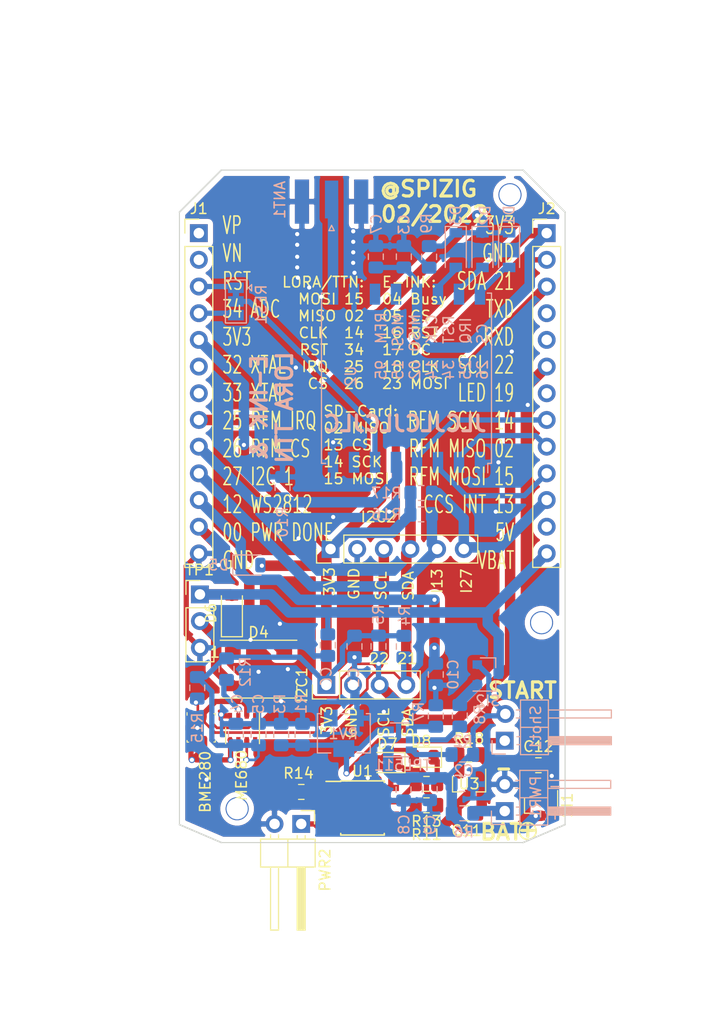
<source format=kicad_pcb>
(kicad_pcb (version 20171130) (host pcbnew "(5.1.10)-1")
  (title_block (date "sam. 04 avril 2015"))
  (layers (0 F.Cu signal hide) (31 B.Cu signal) (34 B.Paste user) (35 F.Paste user) (36 B.SilkS user) (37 F.SilkS user) (38 B.Mask user) (39 F.Mask user) (44 Edge.Cuts user))
  (net 0 "")
  (net 1 GND)
  (net 2 /2)
  (net 3 +3V3)
  (net 4 VDC)
  (net 5 /26)
  (net 6 /25)
  (net 7 /27)
  (net 8 +BATT)
  (net 9 /15)
  (net 10 /14)
  (net 11 /RST)
  (net 12 /34)
  (net 13 /12)
  (net 14 /0)
  (net 15 /13)
  (net 16 /22_SCL)
  (net 17 /21_SDA)
  (net 18 /LORA_RESET)
  (net 19 "Net-(ANT1-Pad1)")
  (net 20 "Net-(BME280-Pad2)")
  (net 21 "Net-(BME680-Pad2)")
  (net 22 "Net-(PWR1-Pad1)")
  (net 23 "Net-(R8-Pad1)")
  (net 24 "Net-(D1-Pad2)")
  (net 25 "Net-(D2-Pad2)")
  (net 26 "Net-(D3-Pad2)")
  (net 27 "Net-(BME280-Pad5)")
  (net 28 "Net-(BME680-Pad5)")
  (net 29 /VP)
  (net 30 /VN)
  (net 31 /32)
  (net 32 /33)
  (net 33 +5V)
  (net 34 /19_LED)
  (net 35 /RXD)
  (net 36 /TXD)
  (net 37 "Net-(RV1-Pad1)")
  (net 38 "Net-(U2-Pad7)")
  (net 39 "Net-(U2-Pad11)")
  (net 40 "Net-(U2-Pad12)")
  (net 41 "Net-(D4-Pad2)")
  (net 42 "Net-(D4-Pad1)")
  (net 43 "Net-(R1-Pad1)")
  (net 44 "Net-(R2-Pad2)")
  (net 45 "Net-(R8-Pad2)")
  (net 46 "Net-(U1-Pad1)")
  (net 47 "Net-(D7-Pad2)")
  (net 48 "Net-(D7-Pad1)")
  (net 49 "Net-(D8-Pad1)")
  (net 50 "Net-(R11-Pad2)")
  (net 51 "Net-(R13-Pad2)")
  (net 52 "Net-(R14-Pad1)")
  (net 53 "Net-(C12-Pad2)")
  (net 54 "Net-(R18-Pad2)")
  (net 55 +3V8)
  (module Package_TO_SOT_SMD:SOT-23 (layer B.Cu) (at 129.384 148.002)
    (fp_text reference SI2 (at 0 2.5) (layer B.SilkS) (effects (justify mirror)))
    (fp_text value SI2301CDS)
    (pad 3 smd rect (at 1 0) (size 0.9 0.8) (layers B.Cu B.Paste B.Mask) (net 8 +BATT))
    (pad 2 smd rect (at -1 -0.95) (size 0.9 0.8) (layers B.Cu B.Paste B.Mask) (net 4 VDC))
    (pad 1 smd rect (at -1 0.95) (size 0.9 0.8) (layers B.Cu B.Paste B.Mask) (net 23 "Net-(R8-Pad1)"))
  )
  (module Package_TO_SOT_SMD:SOT-23 (layer F.Cu) (at 127.606 158.416 270)
    (fp_text reference U3 (at 0 0 180) (layer F.SilkS))
    (fp_text value "AIC809-29 -GUTR")
    (pad 3 smd rect (at 1 0 270) (size 0.9 0.8) (layers F.Cu F.Paste F.Mask) (net 55 +3V8))
    (pad 2 smd rect (at -1 0.95 270) (size 0.9 0.8) (layers F.Cu F.Paste F.Mask) (net 54 "Net-(R18-Pad2)"))
    (pad 1 smd rect (at -1 -0.95 270) (size 0.9 0.8) (layers F.Cu F.Paste F.Mask) (net 1 GND))
  )
  (module Package_TO_SOT_SMD:SOT-23 (layer F.Cu) (at 134.464 160.448 270)
    (fp_text reference SI1 (at 0 -2.5 90) (layer F.SilkS))
    (fp_text value SI2301CDS)
    (pad 3 smd rect (at 1 0 270) (size 0.9 0.8) (layers F.Cu F.Paste F.Mask) (net 4 VDC))
    (pad 2 smd rect (at -1 0.95 270) (size 0.9 0.8) (layers F.Cu F.Paste F.Mask) (net 55 +3V8))
    (pad 1 smd rect (at -1 -0.95 270) (size 0.9 0.8) (layers F.Cu F.Paste F.Mask) (net 53 "Net-(C12-Pad2)"))
  )
  (module Resistor_SMD:R_0805_2012Metric_Pad1.15x1.40mm_HandSolder (layer F.Cu) (at 127.606 155.622 180)
    (fp_text reference R18 (at 0 1.524) (layer F.SilkS))
    (fp_text value 1K)
    (pad 2 smd roundrect (at 1.025 0 180) (size 1.15 1.4) (layers F.Cu F.Paste F.Mask) (roundrect_rratio 0.217391) (net 54 "Net-(R18-Pad2)"))
    (pad 1 smd roundrect (at -1.025 0 180) (size 1.15 1.4) (layers F.Cu F.Paste F.Mask) (roundrect_rratio 0.217391) (net 53 "Net-(C12-Pad2)"))
  )
  (module Capacitor_SMD:C_0805_2012Metric_Pad1.15x1.40mm_HandSolder (layer F.Cu) (at 134.21 156.638 180)
    (fp_text reference C12 (at 0 1.778) (layer F.SilkS))
    (fp_text value 100nF)
    (pad 2 smd roundrect (at 1.025 0 180) (size 1.15 1.4) (layers F.Cu F.Paste F.Mask) (roundrect_rratio 0.217391) (net 53 "Net-(C12-Pad2)"))
    (pad 1 smd roundrect (at -1.025 0 180) (size 1.15 1.4) (layers F.Cu F.Paste F.Mask) (roundrect_rratio 0.217391) (net 1 GND))
  )
  (module Resistor_SMD:R_0805_2012Metric_Pad1.15x1.40mm_HandSolder (layer F.Cu) (at 111.613 159.178 180)
    (fp_text reference R14 (at 0.263 1.778) (layer F.SilkS))
    (fp_text value 1K)
    (pad 2 smd roundrect (at 1.025 0 180) (size 1.15 1.4) (layers F.Cu F.Paste F.Mask) (roundrect_rratio 0.217391) (net 1 GND))
    (pad 1 smd roundrect (at -1.025 0 180) (size 1.15 1.4) (layers F.Cu F.Paste F.Mask) (roundrect_rratio 0.217391) (net 52 "Net-(R14-Pad1)"))
  )
  (module Resistor_SMD:R_0805_2012Metric_Pad1.15x1.40mm_HandSolder (layer F.Cu) (at 123.542 158.416 180)
    (fp_text reference R13 (at 0 -3.556) (layer F.SilkS))
    (fp_text value 1K)
    (pad 2 smd roundrect (at 1.025 0 180) (size 1.15 1.4) (layers F.Cu F.Paste F.Mask) (roundrect_rratio 0.217391) (net 51 "Net-(R13-Pad2)"))
    (pad 1 smd roundrect (at -1.025 0 180) (size 1.15 1.4) (layers F.Cu F.Paste F.Mask) (roundrect_rratio 0.217391) (net 49 "Net-(D8-Pad1)"))
  )
  (module Resistor_SMD:R_0805_2012Metric_Pad1.15x1.40mm_HandSolder (layer F.Cu) (at 123.542 160.448 180)
    (fp_text reference R11 (at 0 -2.794) (layer F.SilkS))
    (fp_text value 1K)
    (pad 2 smd roundrect (at 1.025 0 180) (size 1.15 1.4) (layers F.Cu F.Paste F.Mask) (roundrect_rratio 0.217391) (net 50 "Net-(R11-Pad2)"))
    (pad 1 smd roundrect (at -1.025 0 180) (size 1.15 1.4) (layers F.Cu F.Paste F.Mask) (roundrect_rratio 0.217391) (net 48 "Net-(D7-Pad1)"))
  )
  (module Connector_PinHeader_2.54mm:PinHeader_1x02_P2.54mm_Horizontal (layer F.Cu) (at 111.604 162.226 270)
    (fp_text reference PWR2 (at 4.385 -2.27 90) (layer F.SilkS))
    (fp_text value PWR)
    (pad 2 thru_hole oval (at 0 2.54 270) (size 1.7 1.7) (drill 1) (layers *.Cu *.Mask) (net 1 GND))
    (pad 1 thru_hole rect (at 0 0 270) (size 1.7 1.7) (drill 1) (layers *.Cu *.Mask) (net 47 "Net-(D7-Pad2)"))
  )
  (module LED_SMD:LED_0805_2012Metric (layer F.Cu) (at 123.288 155.876 180)
    (fp_text reference D8 (at 0.254 1.524) (layer F.SilkS))
    (fp_text value LED)
    (pad 2 smd roundrect (at 0.9375 0 180) (size 0.975 1.4) (layers F.Cu F.Paste F.Mask) (net 47 "Net-(D7-Pad2)"))
    (pad 1 smd roundrect (at -0.9375 0 180) (size 0.975 1.4) (layers F.Cu F.Paste F.Mask) (net 49 "Net-(D8-Pad1)"))
  )
  (module LED_SMD:LED_0805_2012Metric (layer F.Cu) (at 119.8105 156.384 180)
    (fp_text reference D7 (at 0 1.778) (layer F.SilkS))
    (fp_text value LED)
    (pad 2 smd roundrect (at 0.9375 0 180) (size 0.975 1.4) (layers F.Cu F.Paste F.Mask) (net 47 "Net-(D7-Pad2)"))
    (pad 1 smd roundrect (at -0.9375 0 180) (size 0.975 1.4) (layers F.Cu F.Paste F.Mask) (net 48 "Net-(D7-Pad1)"))
  )
  (module Capacitor_SMD:C_0805_2012Metric_Pad1.15x1.40mm_HandSolder (layer F.Cu) (at 127.352 161.21 180)
    (fp_text reference C11 (at 0 -1.65) (layer F.SilkS))
    (fp_text value 100nF)
    (pad 2 smd roundrect (at 1.025 0 180) (size 1.15 1.4) (layers F.Cu F.Paste F.Mask) (roundrect_rratio 0.217391) (net 55 +3V8))
    (pad 1 smd roundrect (at -1.025 0 180) (size 1.15 1.4) (layers F.Cu F.Paste F.Mask) (roundrect_rratio 0.217391) (net 1 GND))
  )
  (module tp4056:tp4056 (layer F.Cu) (at 117.446 160.702)
    (fp_text reference U1 (at 0 -3.5) (layer F.SilkS))
    (fp_text value TP4056)
    (pad 4 smd rect (at 0 0) (size 2.35 2.35) (layers F.Cu F.Mask) (net 47 "Net-(D7-Pad2)"))
    (pad 8 smd rect (at 2.7 -1.905) (size 1.55 0.6) (layers F.Cu F.Paste F.Mask) (net 47 "Net-(D7-Pad2)"))
    (pad 7 smd rect (at 2.7 -0.635) (size 1.55 0.6) (layers F.Cu F.Paste F.Mask) (net 51 "Net-(R13-Pad2)"))
    (pad 6 smd rect (at 2.7 0.635) (size 1.55 0.6) (layers F.Cu F.Paste F.Mask) (net 50 "Net-(R11-Pad2)"))
    (pad 5 smd rect (at 2.7 1.905) (size 1.55 0.6) (layers F.Cu F.Paste F.Mask) (net 55 +3V8))
    (pad 4 smd rect (at -2.7 1.905) (size 1.55 0.6) (layers F.Cu F.Paste F.Mask) (net 47 "Net-(D7-Pad2)"))
    (pad 3 smd rect (at -2.7 0.635) (size 1.55 0.6) (layers F.Cu F.Paste F.Mask) (net 1 GND))
    (pad 2 smd rect (at -2.7 -0.635) (size 1.55 0.6) (layers F.Cu F.Paste F.Mask) (net 52 "Net-(R14-Pad1)"))
    (pad 1 smd rect (at -2.7 -1.905) (size 1.55 0.6) (layers F.Cu F.Paste F.Mask) (net 46 "Net-(U1-Pad1)"))
  )
  (module Diode_SMD:D_SOD-123 (layer F.Cu) (at 105 142.16 90)
    (fp_text reference D6 (at 0 -2 270) (layer F.SilkS))
    (fp_text value D)
    (pad 2 smd rect (at 1.65 0 90) (size 0.9 1.2) (layers F.Cu F.Paste F.Mask) (net 8 +BATT))
    (pad 1 smd rect (at -1.65 0 90) (size 0.9 1.2) (layers F.Cu F.Paste F.Mask) (net 42 "Net-(D4-Pad1)"))
  )
  (module Connector_PinHeader_2.54mm:PinHeader_1x03_P2.54mm_Vertical (layer F.Cu) (at 101.952 140.382)
    (fp_text reference TP1 (at 0 -2.33) (layer F.SilkS))
    (fp_text value TP)
    (pad 3 thru_hole oval (at 0 5.08) (size 1.7 1.7) (drill 1) (layers *.Cu *.Mask) (net 1 GND))
    (pad 2 thru_hole oval (at 0 2.54) (size 1.7 1.7) (drill 1) (layers *.Cu *.Mask) (net 41 "Net-(D4-Pad2)"))
    (pad 1 thru_hole rect (at 0 0) (size 1.7 1.7) (drill 1) (layers *.Cu *.Mask) (net 8 +BATT))
  )
  (module LED_SMD:LED_0805_2012Metric (layer B.Cu) (at 106.778 137.588)
    (fp_text reference D5 (at -3.048 0) (layer B.SilkS) (effects (justify mirror)))
    (fp_text value LED)
    (pad 2 smd roundrect (at 0.9375 0) (size 0.975 1.4) (layers B.Cu B.Paste B.Mask) (net 3 +3V3))
    (pad 1 smd roundrect (at -0.9375 0) (size 0.975 1.4) (layers B.Cu B.Paste B.Mask) (net 13 /12))
  )
  (module LED_SMD:LED_WS2812B_PLCC4_5.0x5.0mm_P3.2mm (layer F.Cu) (at 107.54 147.494)
    (fp_text reference D4 (at 0 -3.5) (layer F.SilkS))
    (fp_text value WS2812B)
    (fp_text user 1 (at -4.15 -1.6) (layer F.SilkS))
    (pad 1 smd rect (at -2.45 -1.6) (size 1.5 1) (layers F.Cu F.Paste F.Mask) (net 42 "Net-(D4-Pad1)"))
    (pad 2 smd rect (at -2.45 1.6) (size 1.5 1) (layers F.Cu F.Paste F.Mask) (net 41 "Net-(D4-Pad2)"))
    (pad 4 smd rect (at 2.45 -1.6) (size 1.5 1) (layers F.Cu F.Paste F.Mask) (net 14 /0))
    (pad 3 smd rect (at 2.45 1.6) (size 1.5 1) (layers F.Cu F.Paste F.Mask) (net 1 GND))
  )
  (module Resistor_SMD:R_0805_2012Metric_Pad1.15x1.40mm_HandSolder (layer B.Cu) (at 123.043 130.73)
    (fp_text reference R17 (at -3.311 0) (layer B.SilkS) (effects (justify mirror)))
    (fp_text value 4K7)
    (pad 2 smd roundrect (at 1.025 0) (size 1.15 1.4) (layers B.Cu B.Paste B.Mask) (roundrect_rratio 0.217391) (net 15 /13))
    (pad 1 smd roundrect (at -1.025 0) (size 1.15 1.4) (layers B.Cu B.Paste B.Mask) (roundrect_rratio 0.217391) (net 3 +3V3))
  )
  (module Resistor_SMD:R_0805_2012Metric_Pad1.15x1.40mm_HandSolder (layer B.Cu) (at 123.034 132.762)
    (fp_text reference R16 (at -3.302 0) (layer B.SilkS) (effects (justify mirror)))
    (fp_text value 4K7)
    (pad 2 smd roundrect (at 1.025 0) (size 1.15 1.4) (layers B.Cu B.Paste B.Mask) (roundrect_rratio 0.217391) (net 7 /27))
    (pad 1 smd roundrect (at -1.025 0) (size 1.15 1.4) (layers B.Cu B.Paste B.Mask) (roundrect_rratio 0.217391) (net 3 +3V3))
  )
  (module Connector_PinHeader_2.54mm:PinHeader_1x06_P2.54mm_Vertical (layer F.Cu) (at 114.398 136.064 90)
    (fp_text reference I2C2 (at 3.048 4.572 180) (layer F.SilkS))
    (fp_text value I2C)
    (pad 6 thru_hole oval (at 0 12.7 90) (size 1.7 1.7) (drill 1) (layers *.Cu *.Mask) (net 15 /13))
    (pad 5 thru_hole oval (at 0 10.16 90) (size 1.7 1.7) (drill 1) (layers *.Cu *.Mask) (net 7 /27))
    (pad 4 thru_hole oval (at 0 7.62 90) (size 1.7 1.7) (drill 1) (layers *.Cu *.Mask) (net 17 /21_SDA))
    (pad 3 thru_hole oval (at 0 5.08 90) (size 1.7 1.7) (drill 1) (layers *.Cu *.Mask) (net 16 /22_SCL))
    (pad 2 thru_hole oval (at 0 2.54 90) (size 1.7 1.7) (drill 1) (layers *.Cu *.Mask) (net 1 GND))
    (pad 1 thru_hole rect (at 0 0 90) (size 1.7 1.7) (drill 1) (layers *.Cu *.Mask) (net 3 +3V3))
  )
  (module Capacitor_SMD:C_0805_2012Metric_Pad1.15x1.40mm_HandSolder (layer B.Cu) (at 124.431 148.002 90)
    (fp_text reference C10 (at 0 1.65 90) (layer B.SilkS) (effects (justify mirror)))
    (fp_text value 100nF)
    (pad 2 smd roundrect (at 1.025 0 90) (size 1.15 1.4) (layers B.Cu B.Paste B.Mask) (roundrect_rratio 0.217391) (net 13 /12))
    (pad 1 smd roundrect (at -1.025 0 90) (size 1.15 1.4) (layers B.Cu B.Paste B.Mask) (roundrect_rratio 0.217391) (net 1 GND))
  )
  (module Diode_SMD:D_SOD-123 (layer B.Cu) (at 126.336 107.616 270)
    (fp_text reference D3 (at -3.302 0 90) (layer B.SilkS) (effects (justify mirror)))
    (fp_text value D)
    (pad 2 smd rect (at 1.65 0 270) (size 0.9 1.2) (layers B.Cu B.Paste B.Mask) (net 26 "Net-(D3-Pad2)"))
    (pad 1 smd rect (at -1.65 0 270) (size 0.9 1.2) (layers B.Cu B.Paste B.Mask) (net 6 /25))
  )
  (module Diode_SMD:D_SOD-123 (layer B.Cu) (at 128.876 107.616 270)
    (fp_text reference D2 (at -3.302 -0.254 90) (layer B.SilkS) (effects (justify mirror)))
    (fp_text value D)
    (pad 2 smd rect (at 1.65 0 270) (size 0.9 1.2) (layers B.Cu B.Paste B.Mask) (net 25 "Net-(D2-Pad2)"))
    (pad 1 smd rect (at -1.65 0 270) (size 0.9 1.2) (layers B.Cu B.Paste B.Mask) (net 6 /25))
  )
  (module Diode_SMD:D_SOD-123 (layer B.Cu) (at 131.416 107.616 270)
    (fp_text reference D1 (at -3.302 0 90) (layer B.SilkS) (effects (justify mirror)))
    (fp_text value D)
    (pad 2 smd rect (at 1.65 0 270) (size 0.9 1.2) (layers B.Cu B.Paste B.Mask) (net 24 "Net-(D1-Pad2)"))
    (pad 1 smd rect (at -1.65 0 270) (size 0.9 1.2) (layers B.Cu B.Paste B.Mask) (net 6 /25))
  )
  (module Connector_PinHeader_2.54mm:PinHeader_1x02_P2.54mm_Horizontal (layer B.Cu) (at 131.0604 154.3012)
    (fp_text reference Shot1 (at 2.8956 -1.2192 90) (layer B.SilkS) (effects (justify mirror)))
    (fp_text value Shot)
    (pad 2 thru_hole oval (at 0 -2.54) (size 1.7 1.7) (drill 1) (layers *.Cu *.Mask) (net 4 VDC))
    (pad 1 thru_hole rect (at -0.0604 0) (size 1.7 1.7) (drill 1) (layers *.Cu *.Mask) (net 43 "Net-(R1-Pad1)"))
  )
  (module Connector_PinHeader_2.54mm:PinHeader_1x02_P2.54mm_Horizontal (layer B.Cu) (at 131 161)
    (fp_text reference PWR1 (at 2.956 -1.314 90) (layer B.SilkS) (effects (justify mirror)))
    (fp_text value PWR)
    (pad 2 thru_hole oval (at 0 -2.54) (size 1.7 1.7) (drill 1) (layers *.Cu *.Mask) (net 1 GND))
    (pad 1 thru_hole rect (at 0 0) (size 1.7 1.7) (drill 1) (layers *.Cu *.Mask) (net 22 "Net-(PWR1-Pad1)"))
  )
  (module Capacitor_SMD:C_0805_2012Metric_Pad1.15x1.40mm_HandSolder (layer B.Cu) (at 123.8468 158.933 270)
    (fp_text reference C9 (at 3.3946 -0.0508 90) (layer B.SilkS) (effects (justify mirror)))
    (fp_text value 100nF)
    (pad 2 smd roundrect (at 1.025 0 270) (size 1.15 1.4) (layers B.Cu B.Paste B.Mask) (roundrect_rratio 0.217391) (net 1 GND))
    (pad 1 smd roundrect (at -1.025 0 270) (size 1.15 1.4) (layers B.Cu B.Paste B.Mask) (roundrect_rratio 0.217391) (net 4 VDC))
  )
  (module Capacitor_SMD:C_0805_2012Metric_Pad1.15x1.40mm_HandSolder (layer B.Cu) (at 121.3576 158.9658 270)
    (fp_text reference C8 (at 3.311 -0.0508 90) (layer B.SilkS) (effects (justify mirror)))
    (fp_text value 1nF)
    (pad 2 smd roundrect (at 1.025 0 270) (size 1.15 1.4) (layers B.Cu B.Paste B.Mask) (roundrect_rratio 0.217391) (net 1 GND))
    (pad 1 smd roundrect (at -1.025 0 270) (size 1.15 1.4) (layers B.Cu B.Paste B.Mask) (roundrect_rratio 0.217391) (net 4 VDC))
  )
  (module Connector_Coaxial:SMA_Samtec_SMA-J-P-H-ST-EM1_EdgeMount (layer B.Cu) (at 114.5 103 90)
    (fp_text reference ANT1 (at 0.1592 -4.928 270) (layer B.SilkS) (effects (justify mirror)))
    (fp_text value Antenna)
    (pad 1 smd rect (at 0.2 0) (size 1.27 3.6) (layers B.Cu B.Paste B.Mask) (net 19 "Net-(ANT1-Pad1)"))
    (pad 2 smd rect (at 0 2.825) (size 1.35 4.2) (layers B.Cu B.Paste B.Mask) (net 1 GND))
    (pad 2 smd rect (at 0 -2.825) (size 1.35 4.2) (layers B.Cu B.Paste B.Mask) (net 1 GND))
    (pad 2 smd rect (at 0 2.825) (size 1.35 4.2) (layers F.Cu F.Paste F.Mask) (net 1 GND))
    (pad 2 smd rect (at 0 -2.825) (size 1.35 4.2) (layers F.Cu F.Paste F.Mask) (net 1 GND))
  )
  (module Resistor_SMD:R_0805_2012Metric_Pad1.15x1.40mm_HandSolder (layer B.Cu) (at 101.698 149.272 90)
    (fp_text reference R15 (at -3.81 0 90) (layer B.SilkS) (effects (justify mirror)))
    (fp_text value 0R)
    (pad 2 smd roundrect (at 1.025 0 90) (size 1.15 1.4) (layers B.Cu B.Paste B.Mask) (roundrect_rratio 0.217391) (net 3 +3V3))
    (pad 1 smd roundrect (at -1.025 0 90) (size 1.15 1.4) (layers B.Cu B.Paste B.Mask) (roundrect_rratio 0.217391) (net 20 "Net-(BME280-Pad2)"))
  )
  (module Resistor_SMD:R_0805_2012Metric_Pad1.15x1.40mm_HandSolder (layer B.Cu) (at 109.826 130.222 270)
    (fp_text reference R10 (at 3.302 0 90) (layer B.SilkS) (effects (justify mirror)))
    (fp_text value 100K)
    (pad 2 smd roundrect (at 1.025 0 270) (size 1.15 1.4) (layers B.Cu B.Paste B.Mask) (roundrect_rratio 0.217391) (net 5 /26))
    (pad 1 smd roundrect (at -1.025 0 270) (size 1.15 1.4) (layers B.Cu B.Paste B.Mask) (roundrect_rratio 0.217391) (net 1 GND))
  )
  (module Jumper:SolderJumper-3_P1.3mm_Bridged12_Pad1.0x1.5mm (layer B.Cu) (at 105.381 112.5 270)
    (fp_text reference RES1 (at 0.2976 -2.413 90) (layer B.SilkS) (effects (justify mirror)))
    (fp_text value RST hide)
    (fp_poly (pts (xy -0.9 0.3) (xy -0.4 0.3) (xy -0.4 -0.3) (xy -0.9 -0.3)) (layer B.Cu) (width 0))
    (pad 2 smd rect (at 0 0 270) (size 1 1.5) (layers B.Cu B.Mask) (net 18 /LORA_RESET))
    (pad 3 smd rect (at 1.3 0 270) (size 1 1.5) (layers B.Cu B.Mask) (net 12 /34))
    (pad 1 smd rect (at -1.3 0 270) (size 1 1.5) (layers B.Cu B.Mask) (net 11 /RST))
  )
  (module Resistor_SMD:R_0805_2012Metric_Pad1.15x1.40mm_HandSolder (layer B.Cu) (at 123.796 108.26 270)
    (fp_text reference R9 (at -3.184 0.254 90) (layer B.SilkS) (effects (justify mirror)))
    (fp_text value 4.7k)
    (pad 2 smd roundrect (at 1.025 0 270) (size 1.15 1.4) (layers B.Cu B.Paste B.Mask) (roundrect_rratio 0.217391) (net 1 GND))
    (pad 1 smd roundrect (at -1.025 0 270) (size 1.15 1.4) (layers B.Cu B.Paste B.Mask) (roundrect_rratio 0.217391) (net 6 /25))
  )
  (module Capacitor_SMD:C_0805_2012Metric_Pad1.15x1.40mm_HandSolder (layer B.Cu) (at 116.684 145.335 90)
    (fp_text reference C1 (at -2.9718 -0.0762 90) (layer B.SilkS) (effects (justify mirror)))
    (fp_text value 100nF)
    (pad 1 smd roundrect (at -1.025 0 90) (size 1.15 1.4) (layers B.Cu B.Paste B.Mask) (roundrect_rratio 0.217391) (net 1 GND))
    (pad 2 smd roundrect (at 1.025 0 90) (size 1.15 1.4) (layers B.Cu B.Paste B.Mask) (roundrect_rratio 0.217391) (net 3 +3V3))
  )
  (module Capacitor_SMD:C_0805_2012Metric_Pad1.15x1.40mm_HandSolder (layer B.Cu) (at 126.962 158.416)
    (fp_text reference C2 (at 0.136 -1.27) (layer B.SilkS) (effects (justify mirror)))
    (fp_text value 100uF)
    (pad 1 smd roundrect (at -1.025 0) (size 1.15 1.4) (layers B.Cu B.Paste B.Mask) (roundrect_rratio 0.217391) (net 4 VDC))
    (pad 2 smd roundrect (at 1.025 0) (size 1.15 1.4) (layers B.Cu B.Paste B.Mask) (roundrect_rratio 0.217391) (net 1 GND))
  )
  (module Capacitor_SMD:C_0805_2012Metric_Pad1.15x1.40mm_HandSolder (layer B.Cu) (at 121.383 108.242 270)
    (fp_text reference C3 (at -3.0644 -0.0254 90) (layer B.SilkS) (effects (justify mirror)))
    (fp_text value C)
    (pad 2 smd roundrect (at 1.025 0 270) (size 1.15 1.4) (layers B.Cu B.Paste B.Mask) (roundrect_rratio 0.217391) (net 3 +3V3))
    (pad 1 smd roundrect (at -1.025 0 270) (size 1.15 1.4) (layers B.Cu B.Paste B.Mask) (roundrect_rratio 0.217391) (net 1 GND))
  )
  (module Connector_PinHeader_2.54mm:PinHeader_1x13_P2.54mm_Vertical (layer F.Cu) (at 101.85 106)
    (fp_text reference J1 (at 0 -2.33) (layer F.SilkS))
    (fp_text value Con_L)
    (pad 1 thru_hole rect (at 0 0) (size 1.7 1.7) (drill 1) (layers *.Cu *.Mask) (net 29 /VP))
    (pad 2 thru_hole oval (at 0 2.54) (size 1.7 1.7) (drill 1) (layers *.Cu *.Mask) (net 30 /VN))
    (pad 3 thru_hole oval (at 0 5.08) (size 1.7 1.7) (drill 1) (layers *.Cu *.Mask) (net 11 /RST))
    (pad 4 thru_hole oval (at 0 7.62) (size 1.7 1.7) (drill 1) (layers *.Cu *.Mask) (net 12 /34))
    (pad 5 thru_hole oval (at 0 10.16) (size 1.7 1.7) (drill 1) (layers *.Cu *.Mask) (net 3 +3V3))
    (pad 6 thru_hole oval (at 0 12.7) (size 1.7 1.7) (drill 1) (layers *.Cu *.Mask) (net 31 /32))
    (pad 7 thru_hole oval (at 0 15.24) (size 1.7 1.7) (drill 1) (layers *.Cu *.Mask) (net 32 /33))
    (pad 8 thru_hole oval (at 0 17.78) (size 1.7 1.7) (drill 1) (layers *.Cu *.Mask) (net 6 /25))
    (pad 9 thru_hole oval (at 0 20.32) (size 1.7 1.7) (drill 1) (layers *.Cu *.Mask) (net 5 /26))
    (pad 10 thru_hole oval (at 0 22.86) (size 1.7 1.7) (drill 1) (layers *.Cu *.Mask) (net 7 /27))
    (pad 11 thru_hole oval (at 0 25.4) (size 1.7 1.7) (drill 1) (layers *.Cu *.Mask) (net 13 /12))
    (pad 12 thru_hole oval (at 0 27.94) (size 1.7 1.7) (drill 1) (layers *.Cu *.Mask) (net 14 /0))
    (pad 13 thru_hole oval (at 0 30.48) (size 1.7 1.7) (drill 1) (layers *.Cu *.Mask) (net 1 GND))
  )
  (module Connector_PinHeader_2.54mm:PinHeader_1x13_P2.54mm_Vertical (layer F.Cu) (at 135 106)
    (fp_text reference J2 (at 0 -2.33) (layer F.SilkS))
    (fp_text value Con_R)
    (pad 13 thru_hole oval (at 0 30.48) (size 1.7 1.7) (drill 1) (layers *.Cu *.Mask) (net 8 +BATT))
    (pad 12 thru_hole oval (at 0 27.94) (size 1.7 1.7) (drill 1) (layers *.Cu *.Mask) (net 33 +5V))
    (pad 11 thru_hole oval (at 0 25.4) (size 1.7 1.7) (drill 1) (layers *.Cu *.Mask) (net 15 /13))
    (pad 10 thru_hole oval (at 0 22.86) (size 1.7 1.7) (drill 1) (layers *.Cu *.Mask) (net 9 /15))
    (pad 9 thru_hole oval (at 0 20.32) (size 1.7 1.7) (drill 1) (layers *.Cu *.Mask) (net 2 /2))
    (pad 8 thru_hole oval (at 0 17.78) (size 1.7 1.7) (drill 1) (layers *.Cu *.Mask) (net 10 /14))
    (pad 7 thru_hole oval (at 0 15.24) (size 1.7 1.7) (drill 1) (layers *.Cu *.Mask) (net 34 /19_LED))
    (pad 6 thru_hole oval (at 0 12.7) (size 1.7 1.7) (drill 1) (layers *.Cu *.Mask) (net 16 /22_SCL))
    (pad 5 thru_hole oval (at 0 10.16) (size 1.7 1.7) (drill 1) (layers *.Cu *.Mask) (net 35 /RXD))
    (pad 4 thru_hole oval (at 0 7.62) (size 1.7 1.7) (drill 1) (layers *.Cu *.Mask) (net 36 /TXD))
    (pad 3 thru_hole oval (at 0 5.08) (size 1.7 1.7) (drill 1) (layers *.Cu *.Mask) (net 17 /21_SDA))
    (pad 2 thru_hole oval (at 0 2.54) (size 1.7 1.7) (drill 1) (layers *.Cu *.Mask) (net 1 GND))
    (pad 1 thru_hole rect (at 0 0) (size 1.7 1.7) (drill 1) (layers *.Cu *.Mask) (net 3 +3V3))
  )
  (module Connector_PinHeader_2.54mm:PinHeader_1x04_P2.54mm_Vertical (layer F.Cu) (at 114 149 90)
    (fp_text reference I2C1 (at 0 -2.33 90) (layer F.SilkS))
    (fp_text value I2C)
    (pad 1 thru_hole rect (at 0 0 90) (size 1.7 1.7) (drill 1) (layers *.Cu *.Mask) (net 3 +3V3))
    (pad 2 thru_hole oval (at 0 2.54 90) (size 1.7 1.7) (drill 1) (layers *.Cu *.Mask) (net 1 GND))
    (pad 3 thru_hole oval (at 0 5.08 90) (size 1.7 1.7) (drill 1) (layers *.Cu *.Mask) (net 16 /22_SCL))
    (pad 4 thru_hole oval (at 0 7.62 90) (size 1.7 1.7) (drill 1) (layers *.Cu *.Mask) (net 17 /21_SDA))
  )
  (module Resistor_SMD:R_0805_2012Metric_Pad1.15x1.40mm_HandSolder (layer B.Cu) (at 111.731 153.717 90)
    (fp_text reference R1 (at 2.921 -0.127 90) (layer B.SilkS) (effects (justify mirror)))
    (fp_text value 340K)
    (pad 2 smd roundrect (at 1.025 0 90) (size 1.15 1.4) (layers B.Cu B.Paste B.Mask) (roundrect_rratio 0.217391) (net 1 GND))
    (pad 1 smd roundrect (at -1.025 0 90) (size 1.15 1.4) (layers B.Cu B.Paste B.Mask) (roundrect_rratio 0.217391) (net 43 "Net-(R1-Pad1)"))
  )
  (module Resistor_SMD:R_0805_2012Metric_Pad1.15x1.40mm_HandSolder (layer B.Cu) (at 126.962 155.622 180)
    (fp_text reference R2 (at -0.0344 1.27) (layer B.SilkS) (effects (justify mirror)))
    (fp_text value 0R)
    (pad 2 smd roundrect (at 1.025 0 180) (size 1.15 1.4) (layers B.Cu B.Paste B.Mask) (roundrect_rratio 0.217391) (net 44 "Net-(R2-Pad2)"))
    (pad 1 smd roundrect (at -1.025 0 180) (size 1.15 1.4) (layers B.Cu B.Paste B.Mask) (roundrect_rratio 0.217391) (net 4 VDC))
  )
  (module Resistor_SMD:R_0805_2012Metric_Pad1.15x1.40mm_HandSolder (layer B.Cu) (at 109.699 153.717 90)
    (fp_text reference R3 (at 2.921 -0.127 270) (layer B.SilkS) (effects (justify mirror)))
    (fp_text value 340K)
    (pad 1 smd roundrect (at -1.025 0 90) (size 1.15 1.4) (layers B.Cu B.Paste B.Mask) (roundrect_rratio 0.217391) (net 43 "Net-(R1-Pad1)"))
    (pad 2 smd roundrect (at 1.025 0 90) (size 1.15 1.4) (layers B.Cu B.Paste B.Mask) (roundrect_rratio 0.217391) (net 1 GND))
  )
  (module Resistor_SMD:R_0805_2012Metric_Pad1.15x1.40mm_HandSolder (layer B.Cu) (at 121.383 145.344 270)
    (fp_text reference R4 (at -2.93 -0.0762 90) (layer B.SilkS) (effects (justify mirror)))
    (fp_text value 4K7)
    (pad 1 smd roundrect (at -1.025 0 270) (size 1.15 1.4) (layers B.Cu B.Paste B.Mask) (roundrect_rratio 0.217391) (net 3 +3V3))
    (pad 2 smd roundrect (at 1.025 0 270) (size 1.15 1.4) (layers B.Cu B.Paste B.Mask) (roundrect_rratio 0.217391) (net 17 /21_SDA))
  )
  (module Resistor_SMD:R_0805_2012Metric_Pad1.15x1.40mm_HandSolder (layer B.Cu) (at 118.97 145.326 270)
    (fp_text reference R5 (at -3.0136 0 270) (layer B.SilkS) (effects (justify mirror)))
    (fp_text value 4K7)
    (pad 1 smd roundrect (at -1.025 0 270) (size 1.15 1.4) (layers B.Cu B.Paste B.Mask) (roundrect_rratio 0.217391) (net 3 +3V3))
    (pad 2 smd roundrect (at 1.025 0 270) (size 1.15 1.4) (layers B.Cu B.Paste B.Mask) (roundrect_rratio 0.217391) (net 16 /22_SCL))
  )
  (module Resistor_SMD:R_0805_2012Metric_Pad1.15x1.40mm_HandSolder (layer B.Cu) (at 126.98 161.21 180)
    (fp_text reference R6 (at -0.118 -1.778) (layer B.SilkS) (effects (justify mirror)))
    (fp_text value 0R)
    (pad 2 smd roundrect (at 1.025 0 180) (size 1.15 1.4) (layers B.Cu B.Paste B.Mask) (roundrect_rratio 0.217391) (net 4 VDC))
    (pad 1 smd roundrect (at -1.025 0 180) (size 1.15 1.4) (layers B.Cu B.Paste B.Mask) (roundrect_rratio 0.217391) (net 22 "Net-(PWR1-Pad1)"))
  )
  (module Resistor_SMD:R_0805_2012Metric_Pad1.15x1.40mm_HandSolder (layer B.Cu) (at 124.431 151.948 90)
    (fp_text reference R7 (at 0.39 -1.651 90) (layer B.SilkS) (effects (justify mirror)))
    (fp_text value R)
    (pad 1 smd roundrect (at -1.025 0 90) (size 1.15 1.4) (layers B.Cu B.Paste B.Mask) (roundrect_rratio 0.217391) (net 13 /12))
    (pad 2 smd roundrect (at 1.025 0 90) (size 1.15 1.4) (layers B.Cu B.Paste B.Mask) (roundrect_rratio 0.217391) (net 1 GND))
  )
  (module Package_TO_SOT_SMD:SOT-23-6 (layer B.Cu) (at 121.002 154.225)
    (fp_text reference TPL511 (at 0.254 2.413) (layer B.SilkS) (effects (justify mirror)))
    (fp_text value TPL5110)
    (pad 1 smd rect (at -1.1 0.95) (size 1.06 0.65) (layers B.Cu B.Paste B.Mask) (net 4 VDC))
    (pad 2 smd rect (at -1.1 0) (size 1.06 0.65) (layers B.Cu B.Paste B.Mask) (net 1 GND))
    (pad 3 smd rect (at -1.1 -0.95) (size 1.06 0.65) (layers B.Cu B.Paste B.Mask) (net 43 "Net-(R1-Pad1)"))
    (pad 4 smd rect (at 1.1 -0.95) (size 1.06 0.65) (layers B.Cu B.Paste B.Mask) (net 13 /12))
    (pad 6 smd rect (at 1.1 0.95) (size 1.06 0.65) (layers B.Cu B.Paste B.Mask) (net 44 "Net-(R2-Pad2)"))
    (pad 5 smd rect (at 1.1 0) (size 1.06 0.65) (layers B.Cu B.Paste B.Mask) (net 45 "Net-(R8-Pad2)"))
  )
  (module RF_Module:HOPERF_RFM9XW_SMD (layer B.Cu) (at 121.637 119.808 90)
    (fp_text reference U2 (at 0.2032 -5.3086 270) (layer B.SilkS) (effects (justify mirror)))
    (fp_text value RFM95W-915S2)
    (pad 1 smd rect (at -8 7 90) (size 2 1) (layers B.Cu B.Paste B.Mask) (net 1 GND))
    (pad 2 smd rect (at -8 5 90) (size 2 1) (layers B.Cu B.Paste B.Mask) (net 2 /2))
    (pad 3 smd rect (at -8 3 90) (size 2 1) (layers B.Cu B.Paste B.Mask) (net 9 /15))
    (pad 4 smd rect (at -8 1 90) (size 2 1) (layers B.Cu B.Paste B.Mask) (net 10 /14))
    (pad 5 smd rect (at -8 -1 90) (size 2 1) (layers B.Cu B.Paste B.Mask) (net 5 /26))
    (pad 6 smd rect (at -8 -3 90) (size 2 1) (layers B.Cu B.Paste B.Mask) (net 18 /LORA_RESET))
    (pad 7 smd rect (at -8 -5 90) (size 2 1) (layers B.Cu B.Paste B.Mask) (net 38 "Net-(U2-Pad7)"))
    (pad 8 smd rect (at -8 -7 90) (size 2 1) (layers B.Cu B.Paste B.Mask) (net 1 GND))
    (pad 9 smd rect (at 8 -7 90) (size 2 1) (layers B.Cu B.Paste B.Mask) (net 19 "Net-(ANT1-Pad1)"))
    (pad 10 smd rect (at 8 -5 90) (size 2 1) (layers B.Cu B.Paste B.Mask) (net 1 GND))
    (pad 11 smd rect (at 8 -3 90) (size 2 1) (layers B.Cu B.Paste B.Mask) (net 39 "Net-(U2-Pad11)"))
    (pad 12 smd rect (at 8 -1 90) (size 2 1) (layers B.Cu B.Paste B.Mask) (net 40 "Net-(U2-Pad12)"))
    (pad 13 smd rect (at 8 1 90) (size 2 1) (layers B.Cu B.Paste B.Mask) (net 3 +3V3))
    (pad 14 smd rect (at 8 3 90) (size 2 1) (layers B.Cu B.Paste B.Mask) (net 26 "Net-(D3-Pad2)"))
    (pad 15 smd rect (at 8 5 90) (size 2 1) (layers B.Cu B.Paste B.Mask) (net 25 "Net-(D2-Pad2)"))
    (pad 16 smd rect (at 8 7 90) (size 2 1) (layers B.Cu B.Paste B.Mask) (net 24 "Net-(D1-Pad2)"))
  )
  (module Package_LGA:Bosch_LGA-8_3x3mm_P0.8mm_ClockwisePinNumbering (layer F.Cu) (at 106.016 153.082)
    (fp_text reference BME680 (at -0.1016 5.0292 90) (layer F.SilkS))
    (fp_text value BME680)
    (pad 1 smd rect (at -1.2 -1.15) (size 0.4 0.55) (layers F.Cu F.Paste F.Mask) (net 1 GND))
    (pad 2 smd rect (at -0.4 -1.15) (size 0.4 0.55) (layers F.Cu F.Paste F.Mask) (net 21 "Net-(BME680-Pad2)"))
    (pad 3 smd rect (at 0.4 -1.15) (size 0.4 0.55) (layers F.Cu F.Paste F.Mask) (net 17 /21_SDA))
    (pad 4 smd rect (at 1.2 -1.15) (size 0.4 0.55) (layers F.Cu F.Paste F.Mask) (net 16 /22_SCL))
    (pad 5 smd rect (at 1.2 1.15) (size 0.4 0.55) (layers F.Cu F.Paste F.Mask) (net 28 "Net-(BME680-Pad5)"))
    (pad 6 smd rect (at 0.4 1.15) (size 0.4 0.55) (layers F.Cu F.Paste F.Mask) (net 3 +3V3))
    (pad 7 smd rect (at -0.4 1.15) (size 0.4 0.55) (layers F.Cu F.Paste F.Mask) (net 1 GND))
    (pad 8 smd rect (at -1.2 1.15) (size 0.4 0.55) (layers F.Cu F.Paste F.Mask) (net 3 +3V3))
  )
  (module Resistor_SMD:R_0805_2012Metric_Pad1.15x1.40mm_HandSolder (layer B.Cu) (at 126.717 151.93 270)
    (fp_text reference R8 (at -0.118 -1.905 90) (layer B.SilkS) (effects (justify mirror)))
    (fp_text value 100K)
    (pad 1 smd roundrect (at -1.025 0 270) (size 1.15 1.4) (layers B.Cu B.Paste B.Mask) (roundrect_rratio 0.217391) (net 23 "Net-(R8-Pad1)"))
    (pad 2 smd roundrect (at 1.025 0 270) (size 1.15 1.4) (layers B.Cu B.Paste B.Mask) (roundrect_rratio 0.217391) (net 45 "Net-(R8-Pad2)"))
  )
  (module Capacitor_SMD:C_0805_2012Metric_Pad1.15x1.40mm_HandSolder (layer B.Cu) (at 105.381 153.717 90)
    (fp_text reference C4 (at 2.921 0.127 90) (layer B.SilkS) (effects (justify mirror)))
    (fp_text value 100nF)
    (pad 1 smd roundrect (at -1.025 0 90) (size 1.15 1.4) (layers B.Cu B.Paste B.Mask) (roundrect_rratio 0.217391) (net 3 +3V3))
    (pad 2 smd roundrect (at 1.025 0 90) (size 1.15 1.4) (layers B.Cu B.Paste B.Mask) (roundrect_rratio 0.217391) (net 1 GND))
  )
  (module Capacitor_SMD:C_0805_2012Metric_Pad1.15x1.40mm_HandSolder (layer B.Cu) (at 107.54 153.717 270)
    (fp_text reference C5 (at -2.921 0 90) (layer B.SilkS) (effects (justify mirror)))
    (fp_text value 100nF)
    (pad 2 smd roundrect (at 1.025 0 270) (size 1.15 1.4) (layers B.Cu B.Paste B.Mask) (roundrect_rratio 0.217391) (net 3 +3V3))
    (pad 1 smd roundrect (at -1.025 0 270) (size 1.15 1.4) (layers B.Cu B.Paste B.Mask) (roundrect_rratio 0.217391) (net 1 GND))
  )
  (module Capacitor_SMD:C_0805_2012Metric_Pad1.15x1.40mm_HandSolder (layer B.Cu) (at 114.144 145.208 90)
    (fp_text reference C6 (at -3.0226 -0.1524 90) (layer B.SilkS) (effects (justify mirror)))
    (fp_text value 100nF)
    (pad 1 smd roundrect (at -1.025 0 90) (size 1.15 1.4) (layers B.Cu B.Paste B.Mask) (roundrect_rratio 0.217391) (net 1 GND))
    (pad 2 smd roundrect (at 1.025 0 90) (size 1.15 1.4) (layers B.Cu B.Paste B.Mask) (roundrect_rratio 0.217391) (net 8 +BATT))
  )
  (module Resistor_SMD:R_0805_2012Metric_Pad1.15x1.40mm_HandSolder (layer B.Cu) (at 104.492 147.494 90)
    (fp_text reference R12 (at -0.254 1.778 90) (layer B.SilkS) (effects (justify mirror)))
    (fp_text value 0R)
    (pad 1 smd roundrect (at -1.025 0 90) (size 1.15 1.4) (layers B.Cu B.Paste B.Mask) (roundrect_rratio 0.217391) (net 21 "Net-(BME680-Pad2)"))
    (pad 2 smd roundrect (at 1.025 0 90) (size 1.15 1.4) (layers B.Cu B.Paste B.Mask) (roundrect_rratio 0.217391) (net 3 +3V3))
  )
  (module Package_LGA:Bosch_LGA-8_2.5x2.5mm_P0.65mm_ClockwisePinNumbering (layer F.Cu) (at 102.079 153.082)
    (fp_text reference BME280 (at 0.381 5.1308 90) (layer F.SilkS))
    (fp_text value BME280)
    (pad 4 smd rect (at 0.975 -1.025 90) (size 0.5 0.35) (layers F.Cu F.Paste F.Mask) (net 16 /22_SCL))
    (pad 3 smd rect (at 0.325 -1.025 90) (size 0.5 0.35) (layers F.Cu F.Paste F.Mask) (net 17 /21_SDA))
    (pad 2 smd rect (at -0.325 -1.025 90) (size 0.5 0.35) (layers F.Cu F.Paste F.Mask) (net 20 "Net-(BME280-Pad2)"))
    (pad 1 smd rect (at -0.975 -1.025 90) (size 0.5 0.35) (layers F.Cu F.Paste F.Mask) (net 1 GND))
    (pad 8 smd rect (at -0.975 1.025 90) (size 0.5 0.35) (layers F.Cu F.Paste F.Mask) (net 3 +3V3))
    (pad 7 smd rect (at -0.325 1.025 90) (size 0.5 0.35) (layers F.Cu F.Paste F.Mask) (net 1 GND))
    (pad 6 smd rect (at 0.325 1.025 90) (size 0.5 0.35) (layers F.Cu F.Paste F.Mask) (net 3 +3V3))
    (pad 5 smd rect (at 0.975 1.025 90) (size 0.5 0.35) (layers F.Cu F.Paste F.Mask) (net 27 "Net-(BME280-Pad5)"))
  )
  (module Capacitor_SMD:C_0805_2012Metric_Pad1.15x1.40mm_HandSolder (layer B.Cu) (at 118.716 108.242 270)
    (fp_text reference C7 (at -3.1152 -0.0508 90) (layer B.SilkS) (effects (justify mirror)))
    (fp_text value 100nF)
    (pad 1 smd roundrect (at -1.025 0 270) (size 1.15 1.4) (layers B.Cu B.Paste B.Mask) (roundrect_rratio 0.217391) (net 1 GND))
    (pad 2 smd roundrect (at 1.025 0 270) (size 1.15 1.4) (layers B.Cu B.Paste B.Mask) (roundrect_rratio 0.217391) (net 3 +3V3))
  )
  (module Potentiometer_SMD:Potentiometer_Bourns_3224W_Vertical (layer B.Cu) (at 115.668 153.6 180)
    (fp_text reference RV1 (at 0.0508 -0.0408) (layer B.SilkS) (effects (justify mirror)))
    (fp_text value R_POT)
    (pad 1 smd rect (at 1.25 1.45 180) (size 1.3 1.6) (layers B.Cu B.Paste B.Mask) (net 37 "Net-(RV1-Pad1)"))
    (pad 2 smd rect (at 0 -1.45 180) (size 2 1.6) (layers B.Cu B.Paste B.Mask) (net 43 "Net-(R1-Pad1)"))
    (pad 3 smd rect (at -1.25 1.45 180) (size 1.3 1.6) (layers B.Cu B.Paste B.Mask) (net 1 GND))
  )
  (gr_text I13 (at 124.558 139.112 90) (layer F.SilkS) (effects (font (size 1 1))))
  (gr_text I27 (at 127.352 139.112 90) (layer F.SilkS) (effects (font (size 1 1))))
  (gr_text 3V3 (at 114.2964 139.1628 90) (layer F.SilkS) (effects (font (size 1 1))))
  (gr_text SCL (at 119.224 139.5692 90) (layer F.SilkS) (effects (font (size 1 1))))
  (gr_text GND (at 116.6332 139.366 90) (layer F.SilkS) (effects (font (size 1 1))))
  (gr_text SDA (at 121.8148 139.5692 90) (layer F.SilkS) (effects (font (size 1 1))))
  (gr_text JLCJLCJLCJLC (at 121.51 124.126) (layer B.SilkS) (effects (font (size 1.5 1.5) (thickness 0.3)) (justify mirror)))
  (gr_line (start 132.75 164) (end 136.75 162.29) (layer Edge.Cuts) (width 0.15))
  (gr_line (start 100 162.29) (end 104 164) (layer Edge.Cuts) (width 0.15))
  (gr_line (start 132.75 100) (end 136.75 104) (layer Edge.Cuts) (width 0.15))
  (gr_line (start 100 104) (end 104 100) (layer Edge.Cuts) (width 0.15))
  (gr_text "LORA/TTN:\nMOSI 15\nMISO 02\nCLK  14\nRST  34\nIRQ  25\nCS  26" (at 117.7 115.49) (layer F.SilkS) (effects (font (size 1 1)) (justify right)))
  (gr_text "RFM  95\nMOSI 15\nMISO 02\nCLK  14\nRST  34\nIRQ  25\nCS  26" (at 124.05 120.062 90) (layer B.SilkS) (effects (font (size 1 1)) (justify right mirror)))
  (gr_text - (at 135.8 158.6) (layer B.SilkS) (effects (font (size 1 1)) (justify mirror)))
  (gr_text + (at 135.8 161.3) (layer B.SilkS) (effects (font (size 1 1)) (justify mirror)))
  (gr_text - (at 130.908 156.892) (layer F.SilkS) (effects (font (size 1.5 0.8) (thickness 0.2)) (justify mirror)))
  (gr_text - (at 130.908 156.892) (layer F.SilkS) (effects (font (size 1.5 1.2) (thickness 0.3)) (justify mirror)))
  (gr_circle (center 133.194 162.9) (end 133.994 162.9) (layer F.SilkS) (width 0.15))
  (gr_text "E-INK &\nLORA TTN" (at 108.81 122.602 90) (layer B.SilkS) (effects (font (size 1.5 1.5) (thickness 0.3)) (justify mirror)))
  (gr_text "@SPIZIG \n02/2022" (at 124.304 102.9932) (layer F.SilkS) (effects (font (size 1.5 1.5) (thickness 0.3))))
  (gr_text START (at 132.686 149.526) (layer F.SilkS) (effects (font (size 1.5 1.5) (thickness 0.3))))
  (gr_text 22 (at 119.0208 146.5) (layer F.SilkS) (effects (font (size 1 1))))
  (gr_text 21 (at 121.7132 146.5) (layer F.SilkS) (effects (font (size 1 1))))
  (gr_text "E-INK:\n04 Busy\n05 CS\n16 RST\n17 DC\n18 CLK\n23 MOSI" (at 119.224 115.49) (layer F.SilkS) (effects (font (size 1 1)) (justify left)))
  (gr_text "SD-Card:\n02 MISO\n13 CS\n14 SCK\n15 MOSI" (at 113.636 126.158) (layer F.SilkS) (effects (font (size 1 1)) (justify left)))
  (gr_text "3V3\nGND\nSDA 21\nTXD\nRXD\nSCL 22\nLED 19\nRFM SCK  14\nRFM MISO 02\nRFM MOSI 15\nCCS INT 13\n5V\nVBAT" (at 132 121.2) (layer F.SilkS) (effects (font (size 1.65 1)) (justify right)))
  (gr_text "VP\nVN\nRST\n34 ADC\n3V3\n32 XTAL\n33 XTAL\n25 RFM IRQ\n26 RFM CS\n27 I2C 1\n12 WS2812\n00 PWR DONE\nGND" (at 104 121.2) (layer F.SilkS) (effects (font (size 1.65 1)) (justify left)))
  (gr_text SDA (at 121.764 152.574 90) (layer F.SilkS) (effects (font (size 1 1))))
  (gr_text SCL (at 119.478 152.574 90) (layer F.SilkS) (effects (font (size 1 1))))
  (gr_text GND (at 116.3792 152.574 90) (layer F.SilkS) (effects (font (size 1 1))))
  (gr_text 3V3 (at 114.0424 152.3708 90) (layer F.SilkS) (effects (font (size 1 1))))
  (gr_text + (at 133.194 162.734) (layer F.SilkS) (effects (font (size 1.5 1.5) (thickness 0.3)) (justify mirror)))
  (gr_text BAT (at 130.654 162.988) (layer F.SilkS) (effects (font (size 1.5 1.5) (thickness 0.3))))
  (gr_line (start 104 164) (end 132.75 164) (angle 90) (layer Edge.Cuts) (width 0.1))
  (gr_line (start 136.75 104) (end 136.75 162.29) (angle 90) (layer Edge.Cuts) (width 0.1))
  (gr_line (start 104 100) (end 132.75 100) (angle 90) (layer Edge.Cuts) (width 0.1))
  (gr_line (start 100 104) (end 100 162.29) (angle 90) (layer Edge.Cuts) (width 0.1))
  (via (at 105.5 160.78) (size 2.2) (drill 2) (layers F.Cu B.Cu) (net 0))
  (via (at 131.5 102.35) (size 2.2) (drill 2) (layers F.Cu B.Cu) (net 0))
  (via (at 134.51 143.0744) (size 2.2) (drill 2) (layers F.Cu B.Cu) (net 0))
  (segment (start 116.637 110.308) (end 116.637 111.808) (width 0.5) (layer B.Cu) (net 1))
  (segment (start 116.637 108.496) (end 116.637 110.308) (width 0.5) (layer B.Cu) (net 1))
  (segment (start 117.916 107.217) (end 116.637 108.496) (width 0.5) (layer B.Cu) (net 1))
  (segment (start 118.716 107.217) (end 117.916 107.217) (width 0.5) (layer B.Cu) (net 1))
  (segment (start 128.031 158.46) (end 127.987 158.416) (width 0.5) (layer B.Cu) (net 1))
  (segment (start 131 158.46) (end 128.031 158.46) (width 0.5) (layer B.Cu) (net 1))
  (segment (start 116.918 149.378) (end 116.54 149) (width 0.5) (layer B.Cu) (net 1))
  (segment (start 116.918 152.15) (end 116.918 149.378) (width 0.5) (layer B.Cu) (net 1))
  (segment (start 107.54 152.692) (end 105.381 152.692) (width 0.5) (layer B.Cu) (net 1))
  (segment (start 107.54 152.692) (end 109.699 152.692) (width 0.5) (layer B.Cu) (net 1))
  (segment (start 109.699 152.692) (end 111.731 152.692) (width 0.5) (layer B.Cu) (net 1))
  (segment (start 101.104 152.417002) (end 101.104 152.057) (width 0.25) (layer F.Cu) (net 1))
  (segment (start 101.754 153.067002) (end 101.104 152.417002) (width 0.25) (layer F.Cu) (net 1))
  (segment (start 101.754 154.107) (end 101.754 153.067002) (width 0.25) (layer F.Cu) (net 1))
  (via (at 116.564 105.826) (size 0.6) (drill 0.4) (layers F.Cu B.Cu) (net 1))
  (via (at 116.564 107.826) (size 0.6) (drill 0.4) (layers F.Cu B.Cu) (net 1))
  (via (at 116.557 108.826) (size 0.6) (drill 0.4) (layers F.Cu B.Cu) (net 1))
  (via (at 116.564 106.826) (size 0.6) (drill 0.4) (layers F.Cu B.Cu) (net 1))
  (via (at 111.223 109.26) (size 0.6) (drill 0.4) (layers F.Cu B.Cu) (net 1))
  (via (at 111.286 110.238) (size 0.6) (drill 0.4) (layers F.Cu B.Cu) (net 1))
  (via (at 112.366 111.172) (size 0.6) (drill 0.4) (layers F.Cu B.Cu) (net 1))
  (via (at 113.509 112.061) (size 0.6) (drill 0.4) (layers F.Cu B.Cu) (net 1))
  (via (at 111.223 108.251) (size 0.6) (drill 0.4) (layers F.Cu B.Cu) (net 1))
  (via (at 111.223 107.108) (size 0.6) (drill 0.4) (layers F.Cu B.Cu) (net 1))
  (via (at 111.223 106.092) (size 0.6) (drill 0.4) (layers F.Cu B.Cu) (net 1))
  (via (at 116.684 109.775) (size 0.6) (drill 0.4) (layers F.Cu B.Cu) (net 1))
  (via (at 130.4 127.809) (size 0.6) (drill 0.4) (layers F.Cu B.Cu) (net 1))
  (via (at 111.096 118.792) (size 0.6) (drill 0.4) (layers F.Cu B.Cu) (net 1))
  (via (at 130.146 132.508) (size 0.6) (drill 0.4) (layers F.Cu B.Cu) (net 1))
  (via (at 109.699 150.542) (size 0.6) (drill 0.4) (layers F.Cu B.Cu) (net 1))
  (via (at 124.304 149.272) (size 0.6) (drill 0.4) (layers F.Cu B.Cu) (net 1))
  (segment (start 119.411998 154.225) (end 117.954 155.682998) (width 0.25) (layer B.Cu) (net 1))
  (segment (start 119.902 154.225) (end 119.411998 154.225) (width 0.25) (layer B.Cu) (net 1))
  (segment (start 117.954 155.682998) (end 117.954 157.8445) (width 0.25) (layer B.Cu) (net 1))
  (via (at 117.954 157.8445) (size 0.6) (drill 0.4) (layers F.Cu B.Cu) (net 1))
  (via (at 101.707643 153.085545) (size 0.6) (drill 0.4) (layers F.Cu B.Cu) (net 1))
  (segment (start 101.754 154.107) (end 101.754 153.131902) (width 0.25) (layer F.Cu) (net 1))
  (segment (start 101.754 153.131902) (end 101.707643 153.085545) (width 0.25) (layer F.Cu) (net 1))
  (segment (start 101.707643 153.664849) (end 102.1425 154.099706) (width 0.5) (layer B.Cu) (net 1))
  (segment (start 101.707643 153.085545) (end 101.707643 153.664849) (width 0.5) (layer B.Cu) (net 1))
  (via (at 102.587 158) (size 0.6) (drill 0.4) (layers F.Cu B.Cu) (net 1))
  (segment (start 105.616 154.232) (end 105.616 157.292) (width 0.3) (layer F.Cu) (net 1))
  (segment (start 105.616 157.292) (end 105.616 158) (width 0.3) (layer F.Cu) (net 1))
  (segment (start 102.1425 157.5555) (end 102.587 158) (width 0.5) (layer B.Cu) (net 1))
  (segment (start 102.1425 154.099706) (end 102.1425 157.5555) (width 0.5) (layer B.Cu) (net 1))
  (segment (start 104.816 151.932) (end 104.7644 151.932) (width 0.25) (layer F.Cu) (net 1))
  (via (at 103.984 151.812) (size 0.6) (drill 0.4) (layers F.Cu B.Cu) (net 1))
  (segment (start 121.728 107.217) (end 123.796 109.285) (width 0.5) (layer B.Cu) (net 1))
  (segment (start 118.716 107.217) (end 121.728 107.217) (width 0.5) (layer B.Cu) (net 1))
  (via (at 119.986 132.508) (size 0.6) (drill 0.4) (layers F.Cu B.Cu) (net 1))
  (via (at 114.652 125.904) (size 0.6) (drill 0.4) (layers F.Cu B.Cu) (net 1))
  (via (at 114.652 133.016) (size 0.6) (drill 0.4) (layers F.Cu B.Cu) (net 1))
  (via (at 119.478 151.558) (size 0.6) (drill 0.4) (layers F.Cu B.Cu) (net 1))
  (segment (start 120.882001 152.589999) (end 119.850002 151.558) (width 0.5) (layer B.Cu) (net 1))
  (segment (start 119.850002 151.558) (end 119.478 151.558) (width 0.5) (layer B.Cu) (net 1))
  (segment (start 120.882001 153.960001) (end 120.882001 152.589999) (width 0.5) (layer B.Cu) (net 1))
  (segment (start 120.617002 154.225) (end 120.882001 153.960001) (width 0.5) (layer B.Cu) (net 1))
  (segment (start 119.902 154.225) (end 120.617002 154.225) (width 0.5) (layer B.Cu) (net 1))
  (via (at 110.334 147.494) (size 0.6) (drill 0.4) (layers F.Cu B.Cu) (net 1))
  (segment (start 116.684 146.36) (end 116.684 146.36) (width 0.5) (layer B.Cu) (net 1))
  (via (at 109.572 143.176) (size 0.6) (drill 0.4) (layers F.Cu B.Cu) (net 1))
  (via (at 131.67 117.268) (size 0.6) (drill 0.4) (layers F.Cu B.Cu) (net 1))
  (via (at 103.73 137.588) (size 0.6) (drill 0.4) (layers F.Cu B.Cu) (net 1))
  (via (at 106.778 144.7) (size 0.6) (drill 0.4) (layers F.Cu B.Cu) (net 1))
  (segment (start 116.684 146.36) (end 116.911 146.36) (width 0.5) (layer B.Cu) (net 1))
  (via (at 116.684 146.36) (size 0.6) (drill 0.4) (layers F.Cu B.Cu) (net 1))
  (via (at 107.54 147.748) (size 0.6) (drill 0.4) (layers F.Cu B.Cu) (net 1))
  (via (at 111.35 135.048) (size 0.6) (drill 0.4) (layers F.Cu B.Cu) (net 1))
  (segment (start 100.651999 137.678001) (end 101.85 136.48) (width 0.5) (layer F.Cu) (net 1))
  (segment (start 100.651999 144.161999) (end 100.651999 137.678001) (width 0.5) (layer F.Cu) (net 1))
  (segment (start 101.952 145.462) (end 100.651999 144.161999) (width 0.5) (layer F.Cu) (net 1))
  (via (at 135.48 157.654) (size 0.6) (drill 0.4) (layers F.Cu B.Cu) (net 1))
  (segment (start 135.235 157.409) (end 135.48 157.654) (width 1) (layer F.Cu) (net 1))
  (segment (start 135.235 156.638) (end 135.235 157.409) (width 1) (layer F.Cu) (net 1))
  (segment (start 128.806009 160.780991) (end 128.377 161.21) (width 1) (layer F.Cu) (net 1))
  (segment (start 128.806009 157.666009) (end 128.806009 160.780991) (width 1) (layer F.Cu) (net 1))
  (segment (start 128.556 157.416) (end 128.806009 157.666009) (width 1) (layer F.Cu) (net 1))
  (via (at 133.194 122.348) (size 0.6) (drill 0.4) (layers F.Cu B.Cu) (net 1))
  (segment (start 126.637 127.308) (end 128.676 125.269) (width 0.5) (layer B.Cu) (net 2))
  (segment (start 126.637 127.808) (end 126.637 127.308) (width 0.5) (layer B.Cu) (net 2))
  (segment (start 133.949 125.269) (end 135 126.32) (width 0.5) (layer B.Cu) (net 2))
  (segment (start 128.676 125.269) (end 133.949 125.269) (width 0.5) (layer B.Cu) (net 2))
  (segment (start 122.637 110.521) (end 121.383 109.267) (width 0.5) (layer B.Cu) (net 3))
  (segment (start 122.637 111.808) (end 122.637 110.521) (width 0.5) (layer B.Cu) (net 3))
  (segment (start 121.383 109.267) (end 118.716 109.267) (width 0.5) (layer B.Cu) (net 3))
  (via (at 104.873 156.13) (size 0.6) (drill 0.4) (layers F.Cu B.Cu) (net 3))
  (segment (start 104.873 154.289) (end 104.816 154.232) (width 0.5) (layer F.Cu) (net 3))
  (segment (start 104.873 156.13) (end 104.873 154.289) (width 0.5) (layer F.Cu) (net 3))
  (via (at 101.19 156.13) (size 0.6) (drill 0.4) (layers F.Cu B.Cu) (net 3))
  (segment (start 101.104 156.044) (end 101.104 154.107) (width 0.5) (layer F.Cu) (net 3))
  (segment (start 101.19 156.13) (end 101.104 156.044) (width 0.5) (layer F.Cu) (net 3))
  (segment (start 102.404 154.916) (end 101.19 156.13) (width 0.5) (layer F.Cu) (net 3))
  (segment (start 102.404 154.107) (end 102.404 154.916) (width 0.5) (layer F.Cu) (net 3))
  (segment (start 106.416 154.232) (end 106.416 154.587) (width 0.5) (layer F.Cu) (net 3))
  (segment (start 122.637 112.308) (end 122.653 112.324) (width 1) (layer B.Cu) (net 3))
  (segment (start 122.637 111.808) (end 122.637 112.308) (width 1) (layer B.Cu) (net 3))
  (segment (start 122.653 112.324) (end 122.653 115.744) (width 1) (layer B.Cu) (net 3))
  (segment (start 122.653 115.744) (end 123.796 116.887) (width 1) (layer B.Cu) (net 3))
  (segment (start 123.796 116.887) (end 127.479 116.887) (width 1) (layer B.Cu) (net 3))
  (segment (start 133.382009 107.617991) (end 135 106) (width 1) (layer B.Cu) (net 3))
  (segment (start 133.382009 110.983991) (end 133.382009 107.617991) (width 1) (layer B.Cu) (net 3))
  (segment (start 127.479 116.887) (end 133.382009 110.983991) (width 1) (layer B.Cu) (net 3))
  (segment (start 133.15 106) (end 119.224 119.926) (width 1) (layer F.Cu) (net 3))
  (segment (start 135 106) (end 133.15 106) (width 1) (layer F.Cu) (net 3))
  (segment (start 105.381 154.742) (end 107.54 154.742) (width 0.5) (layer B.Cu) (net 3))
  (segment (start 101.85 116.16) (end 106.143 120.453) (width 1) (layer B.Cu) (net 3))
  (via (at 106.143 126.158) (size 0.6) (drill 0.4) (layers F.Cu B.Cu) (net 3))
  (segment (start 106.143 120.453) (end 106.143 126.158) (width 1) (layer B.Cu) (net 3))
  (segment (start 101.614264 156.13) (end 104.873 156.13) (width 0.5) (layer F.Cu) (net 3))
  (segment (start 101.19 156.13) (end 101.614264 156.13) (width 0.25) (layer F.Cu) (net 3))
  (segment (start 103.59798 154.742) (end 103.08799 154.23201) (width 0.5) (layer B.Cu) (net 3))
  (segment (start 105.381 154.742) (end 103.59798 154.742) (width 0.5) (layer B.Cu) (net 3))
  (via (at 106.3716 156.13) (size 0.6) (drill 0.4) (layers F.Cu B.Cu) (net 3))
  (segment (start 106.416 154.232) (end 106.416 156.0856) (width 0.25) (layer F.Cu) (net 3))
  (segment (start 106.416 156.0856) (end 106.3716 156.13) (width 0.25) (layer F.Cu) (net 3))
  (segment (start 106.3716 156.13) (end 107.1844 156.13) (width 0.25) (layer B.Cu) (net 3))
  (segment (start 107.54 155.7744) (end 107.54 154.742) (width 0.25) (layer B.Cu) (net 3))
  (segment (start 107.1844 156.13) (end 107.54 155.7744) (width 0.25) (layer B.Cu) (net 3))
  (segment (start 104.873 155.25) (end 105.381 154.742) (width 0.25) (layer B.Cu) (net 3))
  (segment (start 104.873 156.13) (end 104.873 155.25) (width 0.25) (layer B.Cu) (net 3))
  (segment (start 112.8105 137.6515) (end 114.398 136.064) (width 1) (layer F.Cu) (net 3))
  (segment (start 107.8575 137.6515) (end 107.8575 137.6515) (width 1) (layer F.Cu) (net 3))
  (segment (start 106.143 127.809) (end 114.398 136.064) (width 1) (layer F.Cu) (net 3))
  (segment (start 106.143 126.158) (end 106.143 127.809) (width 1) (layer F.Cu) (net 3))
  (segment (start 119.224 129.46) (end 119.224 131.238) (width 1) (layer F.Cu) (net 3))
  (segment (start 119.224 119.926) (end 119.224 129.46) (width 1) (layer F.Cu) (net 3))
  (segment (start 119.224 131.238) (end 114.398 136.064) (width 1) (layer F.Cu) (net 3))
  (segment (start 120.257001 134.513999) (end 122.009 132.762) (width 1) (layer B.Cu) (net 3))
  (segment (start 115.948001 134.513999) (end 120.257001 134.513999) (width 1) (layer B.Cu) (net 3))
  (segment (start 114.398 136.064) (end 115.948001 134.513999) (width 1) (layer B.Cu) (net 3))
  (segment (start 122.018 132.753) (end 122.009 132.762) (width 1) (layer B.Cu) (net 3))
  (segment (start 122.018 130.73) (end 122.018 132.753) (width 1) (layer B.Cu) (net 3))
  (segment (start 118.988 144.319) (end 118.97 144.301) (width 0.5) (layer B.Cu) (net 3))
  (segment (start 121.383 144.319) (end 118.988 144.319) (width 0.5) (layer B.Cu) (net 3))
  (segment (start 104.356 146.36) (end 104.238 146.478) (width 0.5) (layer B.Cu) (net 3))
  (segment (start 102.469 148.247) (end 104.238 146.478) (width 0.5) (layer B.Cu) (net 3))
  (segment (start 101.698 148.247) (end 102.469 148.247) (width 0.5) (layer B.Cu) (net 3))
  (segment (start 103.08799 149.63699) (end 101.698 148.247) (width 0.5) (layer B.Cu) (net 3))
  (segment (start 103.08799 154.23201) (end 103.08799 149.63699) (width 0.5) (layer B.Cu) (net 3))
  (segment (start 118.961 144.31) (end 118.97 144.301) (width 0.5) (layer B.Cu) (net 3))
  (segment (start 116.684 144.31) (end 118.961 144.31) (width 0.5) (layer B.Cu) (net 3))
  (segment (start 114 149) (end 114 148.892) (width 0.5) (layer B.Cu) (net 3))
  (segment (start 111.468 146.36) (end 104.356 146.36) (width 0.5) (layer B.Cu) (net 3))
  (segment (start 114 148.892) (end 111.468 146.36) (width 0.5) (layer B.Cu) (net 3))
  (segment (start 115.53399 145.46001) (end 116.684 144.31) (width 0.5) (layer B.Cu) (net 3))
  (segment (start 114 148.4) (end 115.53399 146.86601) (width 0.5) (layer B.Cu) (net 3))
  (segment (start 114 149) (end 114 148.4) (width 0.5) (layer B.Cu) (net 3))
  (segment (start 115.53399 146.86601) (end 115.53399 145.46001) (width 0.5) (layer B.Cu) (net 3))
  (segment (start 114 136.462) (end 114.398 136.064) (width 1) (layer F.Cu) (net 3))
  (segment (start 114 149) (end 114 136.462) (width 1) (layer F.Cu) (net 3))
  (segment (start 107.8575 137.6515) (end 112.8105 137.6515) (width 1) (layer F.Cu) (net 3))
  (via (at 107.8575 137.6515) (size 0.6) (drill 0.4) (layers F.Cu B.Cu) (net 3))
  (segment (start 127.987 155.622) (end 127.987 153.209) (width 0.5) (layer B.Cu) (net 4))
  (segment (start 129.257 151.939) (end 131.035 151.939) (width 0.5) (layer B.Cu) (net 4))
  (segment (start 127.987 153.209) (end 129.257 151.939) (width 0.5) (layer B.Cu) (net 4))
  (segment (start 125.955 158.434) (end 125.937 158.416) (width 1) (layer B.Cu) (net 4))
  (segment (start 125.955 161.21) (end 125.955 158.434) (width 1) (layer B.Cu) (net 4))
  (segment (start 125.313628 157.792628) (end 120.505628 157.792628) (width 1) (layer B.Cu) (net 4))
  (segment (start 125.937 158.416) (end 125.313628 157.792628) (width 1) (layer B.Cu) (net 4))
  (segment (start 119.902 157.189) (end 119.902 155.250001) (width 1) (layer B.Cu) (net 4))
  (segment (start 120.505628 157.792628) (end 119.902 157.189) (width 1) (layer B.Cu) (net 4))
  (segment (start 125.531338 157.792628) (end 125.313628 157.792628) (width 0.5) (layer B.Cu) (net 4))
  (segment (start 127.701966 155.622) (end 125.531338 157.792628) (width 0.5) (layer B.Cu) (net 4))
  (segment (start 127.987 155.622) (end 127.701966 155.622) (width 0.5) (layer B.Cu) (net 4))
  (segment (start 132.80999 162.61001) (end 133.956 161.464) (width 1) (layer B.Cu) (net 4))
  (segment (start 127.28649 162.61001) (end 132.80999 162.61001) (width 1) (layer B.Cu) (net 4))
  (via (at 133.956 161.464) (size 0.6) (drill 0.4) (layers F.Cu B.Cu) (net 4))
  (segment (start 125.955 161.27852) (end 127.28649 162.61001) (width 1) (layer B.Cu) (net 4))
  (segment (start 125.955 161.21) (end 125.955 161.27852) (width 1) (layer B.Cu) (net 4))
  (segment (start 134.156009 161.448) (end 134.156009 161.464) (width 1) (layer F.Cu) (net 4))
  (segment (start 134.464 161.448) (end 134.156009 161.448) (width 1) (layer F.Cu) (net 4))
  (segment (start 128.384 147.256) (end 128.384 147.052) (width 0.5) (layer B.Cu) (net 4))
  (segment (start 129.483999 150.184799) (end 131.0604 151.7612) (width 0.5) (layer B.Cu) (net 4))
  (segment (start 129.483999 148.101999) (end 129.483999 150.184799) (width 0.5) (layer B.Cu) (net 4))
  (segment (start 128.434 147.052) (end 129.483999 148.101999) (width 0.5) (layer B.Cu) (net 4))
  (segment (start 128.384 147.052) (end 128.434 147.052) (width 0.5) (layer B.Cu) (net 4))
  (segment (start 120.748 127.919) (end 120.637 127.808) (width 0.5) (layer B.Cu) (net 5))
  (segment (start 120.748 129.46) (end 120.748 127.919) (width 1) (layer B.Cu) (net 5))
  (segment (start 118.598 131.61) (end 120.748 129.46) (width 1) (layer B.Cu) (net 5))
  (segment (start 107.14 131.61) (end 118.598 131.61) (width 1) (layer B.Cu) (net 5))
  (segment (start 101.85 126.32) (end 107.14 131.61) (width 1) (layer B.Cu) (net 5))
  (segment (start 123.778 107.217) (end 123.796 107.235) (width 0.5) (layer B.Cu) (net 6))
  (segment (start 101.85 123.78) (end 108.775 123.78) (width 1) (layer F.Cu) (net 6))
  (segment (start 108.775 123.78) (end 118.843 113.712) (width 1) (layer F.Cu) (net 6))
  (segment (start 131.416 105.966) (end 126.336 105.966) (width 0.5) (layer B.Cu) (net 6))
  (segment (start 125.067 107.235) (end 126.336 105.966) (width 0.5) (layer B.Cu) (net 6))
  (segment (start 123.796 107.235) (end 125.067 107.235) (width 0.5) (layer B.Cu) (net 6))
  (via (at 128.368 104.314) (size 0.6) (drill 0.4) (layers F.Cu B.Cu) (net 6))
  (segment (start 128.876 104.822) (end 128.368 104.314) (width 1) (layer B.Cu) (net 6))
  (segment (start 128.876 105.966) (end 128.876 104.822) (width 1) (layer B.Cu) (net 6))
  (segment (start 108.902 123.78) (end 101.85 123.78) (width 1) (layer F.Cu) (net 6))
  (segment (start 128.368 104.314) (end 108.902 123.78) (width 1) (layer F.Cu) (net 6))
  (segment (start 124.059 135.565) (end 124.558 136.064) (width 1) (layer B.Cu) (net 7))
  (segment (start 124.059 132.762) (end 124.059 135.565) (width 1) (layer B.Cu) (net 7))
  (segment (start 110.604001 137.614001) (end 110.614001 137.614001) (width 1) (layer B.Cu) (net 7))
  (segment (start 101.85 128.86) (end 110.604001 137.614001) (width 1) (layer B.Cu) (net 7))
  (segment (start 110.614001 137.614001) (end 112.62 139.62) (width 1) (layer B.Cu) (net 7))
  (segment (start 121.002 139.62) (end 124.558 136.064) (width 1) (layer B.Cu) (net 7))
  (segment (start 112.62 139.62) (end 121.002 139.62) (width 1) (layer B.Cu) (net 7))
  (segment (start 135 136.48) (end 129.384 142.096) (width 1) (layer B.Cu) (net 8))
  (segment (start 129.346509 143.138509) (end 129.384 143.176) (width 0.4) (layer B.Cu) (net 8))
  (segment (start 129.384 142.096) (end 129.384 143.176) (width 1) (layer B.Cu) (net 8))
  (segment (start 104.872 140.382) (end 105 140.51) (width 1) (layer F.Cu) (net 8))
  (segment (start 101.952 140.382) (end 104.872 140.382) (width 1) (layer F.Cu) (net 8))
  (segment (start 108.73418 140.382) (end 110.44818 142.096) (width 1) (layer B.Cu) (net 8))
  (segment (start 101.952 140.382) (end 108.73418 140.382) (width 1) (layer B.Cu) (net 8))
  (segment (start 114.144 144.183) (end 114.144 142.16) (width 0.5) (layer B.Cu) (net 8))
  (segment (start 114.144 142.16) (end 114.208 142.096) (width 0.5) (layer B.Cu) (net 8))
  (segment (start 114.208 142.096) (end 129.384 142.096) (width 1) (layer B.Cu) (net 8))
  (segment (start 110.44818 142.096) (end 114.208 142.096) (width 1) (layer B.Cu) (net 8))
  (segment (start 130.428758 144.220758) (end 130.428758 147.957242) (width 1) (layer B.Cu) (net 8))
  (segment (start 129.384 143.176) (end 130.428758 144.220758) (width 1) (layer B.Cu) (net 8))
  (segment (start 124.637 128.308) (end 127.313 130.984) (width 0.5) (layer B.Cu) (net 9))
  (segment (start 124.637 127.808) (end 124.637 128.308) (width 0.5) (layer B.Cu) (net 9))
  (segment (start 132.876 130.984) (end 135 128.86) (width 0.5) (layer B.Cu) (net 9))
  (segment (start 127.313 130.984) (end 132.876 130.984) (width 0.5) (layer B.Cu) (net 9))
  (segment (start 133.797919 123.78) (end 135 123.78) (width 0.5) (layer B.Cu) (net 10))
  (segment (start 126.165 123.78) (end 133.797919 123.78) (width 0.5) (layer B.Cu) (net 10))
  (segment (start 122.637 127.308) (end 126.165 123.78) (width 0.5) (layer B.Cu) (net 10))
  (segment (start 122.637 127.808) (end 122.637 127.308) (width 0.5) (layer B.Cu) (net 10))
  (segment (start 105.261 111.08) (end 105.381 111.2) (width 0.5) (layer B.Cu) (net 11))
  (segment (start 101.85 111.08) (end 105.261 111.08) (width 0.5) (layer B.Cu) (net 11))
  (segment (start 105.201 113.62) (end 105.381 113.8) (width 0.5) (layer B.Cu) (net 12))
  (segment (start 101.85 113.62) (end 105.201 113.62) (width 0.5) (layer B.Cu) (net 12))
  (segment (start 121.897 153.275) (end 122.102 153.275) (width 0.5) (layer B.Cu) (net 13))
  (segment (start 124.129 153.275) (end 124.431 152.973) (width 0.5) (layer B.Cu) (net 13))
  (segment (start 123.28099 148.12701) (end 123.28099 150.54901) (width 0.5) (layer B.Cu) (net 13))
  (segment (start 124.431 146.977) (end 123.28099 148.12701) (width 0.5) (layer B.Cu) (net 13))
  (segment (start 122.102 151.728) (end 122.102 153.275) (width 0.5) (layer B.Cu) (net 13))
  (segment (start 123.28099 150.54901) (end 122.102 151.728) (width 0.5) (layer B.Cu) (net 13))
  (segment (start 122.404 152.973) (end 122.102 153.275) (width 0.5) (layer B.Cu) (net 13))
  (segment (start 124.431 152.973) (end 122.404 152.973) (width 0.5) (layer B.Cu) (net 13))
  (segment (start 101.85 131.4) (end 101.85 131.645998) (width 1) (layer B.Cu) (net 13))
  (segment (start 105.8405 135.3905) (end 105.8405 137.588) (width 1) (layer B.Cu) (net 13))
  (segment (start 101.85 131.4) (end 105.8405 135.3905) (width 1) (layer B.Cu) (net 13))
  (via (at 124.304 140.89) (size 0.6) (drill 0.4) (layers F.Cu B.Cu) (net 13))
  (segment (start 111.35784 140.89) (end 124.304 140.89) (width 1) (layer B.Cu) (net 13))
  (segment (start 109.45585 138.98801) (end 111.35784 140.89) (width 1) (layer B.Cu) (net 13))
  (segment (start 106.54051 138.98801) (end 109.45585 138.98801) (width 1) (layer B.Cu) (net 13))
  (segment (start 105.8405 138.288) (end 106.54051 138.98801) (width 1) (layer B.Cu) (net 13))
  (segment (start 105.8405 137.588) (end 105.8405 138.288) (width 1) (layer B.Cu) (net 13))
  (via (at 124.304 145.462) (size 0.6) (drill 0.4) (layers F.Cu B.Cu) (net 13))
  (segment (start 124.304 140.89) (end 124.304 145.462) (width 1) (layer F.Cu) (net 13))
  (segment (start 124.304 146.85) (end 124.431 146.977) (width 1) (layer B.Cu) (net 13))
  (segment (start 124.304 145.462) (end 124.304 146.85) (width 1) (layer B.Cu) (net 13))
  (segment (start 109.953 146.223) (end 109.953 146.140264) (width 0.25) (layer F.Cu) (net 14))
  (segment (start 101.85 133.94) (end 101.85 134.26152) (width 1) (layer B.Cu) (net 14))
  (segment (start 106.65749 138.74749) (end 101.85 133.94) (width 1) (layer F.Cu) (net 14))
  (segment (start 106.65749 142.56149) (end 106.65749 138.74749) (width 1) (layer F.Cu) (net 14))
  (segment (start 109.99 145.894) (end 106.65749 142.56149) (width 1) (layer F.Cu) (net 14))
  (segment (start 127.098 133.185) (end 127.098 136.064) (width 1) (layer B.Cu) (net 15))
  (segment (start 124.643 130.73) (end 127.098 133.185) (width 1) (layer B.Cu) (net 15))
  (segment (start 124.068 130.73) (end 124.643 130.73) (width 1) (layer B.Cu) (net 15))
  (segment (start 127.257 135.905) (end 127.098 136.064) (width 1) (layer B.Cu) (net 15))
  (segment (start 130.495 135.905) (end 127.257 135.905) (width 1) (layer B.Cu) (net 15))
  (segment (start 130.495 135.905) (end 135 131.4) (width 1) (layer B.Cu) (net 15))
  (segment (start 119.478 148.602) (end 119.08 149) (width 0.5) (layer B.Cu) (net 16))
  (segment (start 118.97 148.89) (end 119.08 149) (width 0.3) (layer B.Cu) (net 16))
  (segment (start 103.054 152.557) (end 103.579 153.082) (width 0.25) (layer F.Cu) (net 16))
  (segment (start 103.054 152.057) (end 103.054 152.557) (width 0.25) (layer F.Cu) (net 16))
  (segment (start 107.216 152.457) (end 107.216 151.932) (width 0.25) (layer F.Cu) (net 16))
  (segment (start 106.591 153.082) (end 107.216 152.457) (width 0.25) (layer F.Cu) (net 16))
  (segment (start 103.579 153.082) (end 106.591 153.082) (width 0.25) (layer F.Cu) (net 16))
  (via (at 118.97 146.986) (size 0.6) (drill 0.4) (layers F.Cu B.Cu) (net 16))
  (segment (start 118.97 146.351) (end 118.97 146.986) (width 0.5) (layer B.Cu) (net 16))
  (segment (start 118.97 146.986) (end 118.97 148.89) (width 0.5) (layer B.Cu) (net 16))
  (segment (start 118.545736 146.986) (end 118.97 146.986) (width 0.4) (layer F.Cu) (net 16))
  (segment (start 119.478 136.064) (end 119.478 146.224) (width 1) (layer F.Cu) (net 16))
  (segment (start 118.97 146.732) (end 118.97 146.986) (width 1) (layer F.Cu) (net 16))
  (segment (start 119.478 146.224) (end 118.97 146.732) (width 1) (layer F.Cu) (net 16))
  (segment (start 122.4 152.32) (end 119.08 149) (width 1) (layer F.Cu) (net 16))
  (segment (start 126.463 152.32) (end 122.4 152.32) (width 1) (layer F.Cu) (net 16))
  (segment (start 131.511 147.272) (end 126.463 152.32) (width 1) (layer F.Cu) (net 16))
  (segment (start 131.511 122.189) (end 131.511 147.272) (width 1) (layer F.Cu) (net 16))
  (segment (start 135 118.7) (end 131.511 122.189) (width 1) (layer F.Cu) (net 16))
  (segment (start 115.364999 148.435999) (end 116.814998 146.986) (width 0.25) (layer F.Cu) (net 16))
  (segment (start 115.110001 150.175001) (end 115.364999 149.920003) (width 0.25) (layer F.Cu) (net 16))
  (segment (start 112.906003 150.175001) (end 115.110001 150.175001) (width 0.25) (layer F.Cu) (net 16))
  (segment (start 111.000001 148.268999) (end 112.906003 150.175001) (width 0.25) (layer F.Cu) (net 16))
  (segment (start 108.979999 148.268999) (end 111.000001 148.268999) (width 0.25) (layer F.Cu) (net 16))
  (segment (start 107.911001 149.337997) (end 108.979999 148.268999) (width 0.25) (layer F.Cu) (net 16))
  (segment (start 116.814998 146.986) (end 118.97 146.986) (width 0.25) (layer F.Cu) (net 16))
  (segment (start 107.911001 151.236999) (end 107.911001 149.337997) (width 0.25) (layer F.Cu) (net 16))
  (segment (start 115.364999 149.920003) (end 115.364999 148.435999) (width 0.25) (layer F.Cu) (net 16))
  (segment (start 107.216 151.932) (end 107.911001 151.236999) (width 0.25) (layer F.Cu) (net 16))
  (segment (start 122.018 148.602) (end 121.62 149) (width 0.5) (layer B.Cu) (net 17))
  (segment (start 121.383 148.763) (end 121.62 149) (width 0.3) (layer B.Cu) (net 17))
  (segment (start 121.383 146.369) (end 121.383 148.763) (width 0.5) (layer B.Cu) (net 17))
  (segment (start 102.404 152.057) (end 102.404 152.557) (width 0.25) (layer F.Cu) (net 17))
  (segment (start 117.904999 148.435999) (end 117.904999 149.374003) (width 0.25) (layer F.Cu) (net 17))
  (segment (start 118.515999 147.824999) (end 117.904999 148.435999) (width 0.25) (layer F.Cu) (net 17))
  (segment (start 120.444999 147.824999) (end 118.515999 147.824999) (width 0.25) (layer F.Cu) (net 17))
  (segment (start 121.62 149) (end 120.444999 147.824999) (width 0.25) (layer F.Cu) (net 17))
  (segment (start 102.83509 152.9745) (end 103.3926 153.53201) (width 0.25) (layer F.Cu) (net 17))
  (segment (start 102.8215 152.9745) (end 102.83509 152.9745) (width 0.25) (layer F.Cu) (net 17))
  (segment (start 102.8215 152.9745) (end 102.929 153.082) (width 0.25) (layer F.Cu) (net 17))
  (segment (start 102.404 152.557) (end 102.8215 152.9745) (width 0.25) (layer F.Cu) (net 17))
  (segment (start 103.3926 153.53201) (end 113.69399 153.53201) (width 0.25) (layer F.Cu) (net 17))
  (segment (start 115.006499 152.219501) (end 115.059501 152.219501) (width 0.25) (layer F.Cu) (net 17))
  (segment (start 113.69399 153.53201) (end 115.006499 152.219501) (width 0.25) (layer F.Cu) (net 17))
  (segment (start 117.904999 149.374003) (end 115.059501 152.219501) (width 0.25) (layer F.Cu) (net 17))
  (segment (start 115.059501 152.219501) (end 114.747001 152.532001) (width 0.25) (layer F.Cu) (net 17))
  (segment (start 121.62 136.462) (end 122.018 136.064) (width 1) (layer F.Cu) (net 17))
  (segment (start 121.62 149) (end 121.62 136.462) (width 1) (layer F.Cu) (net 17))
  (segment (start 122.018 124.062) (end 135 111.08) (width 1) (layer F.Cu) (net 17))
  (segment (start 122.018 136.064) (end 122.018 124.062) (width 1) (layer F.Cu) (net 17))
  (segment (start 102.404 152.057) (end 102.404 151.614) (width 0.4) (layer F.Cu) (net 17))
  (segment (start 106.416 150.989998) (end 106.416 151.932) (width 0.5) (layer F.Cu) (net 17))
  (segment (start 105.995001 150.568999) (end 106.416 150.989998) (width 0.5) (layer F.Cu) (net 17))
  (segment (start 103.449001 150.568999) (end 105.995001 150.568999) (width 0.5) (layer F.Cu) (net 17))
  (segment (start 102.404 151.614) (end 103.449001 150.568999) (width 0.5) (layer F.Cu) (net 17))
  (segment (start 118.637 128.308) (end 118.637 127.808) (width 0.5) (layer B.Cu) (net 18))
  (segment (start 111.477 117.299) (end 118.637 124.459) (width 0.5) (layer B.Cu) (net 18))
  (segment (start 118.637 127.808) (end 118.637 124.459) (width 0.5) (layer B.Cu) (net 18))
  (segment (start 111.43 117.299) (end 111.477 117.299) (width 0.5) (layer B.Cu) (net 18))
  (segment (start 106.631 112.5) (end 111.43 117.299) (width 0.5) (layer B.Cu) (net 18))
  (segment (start 105.381 112.5) (end 106.631 112.5) (width 0.5) (layer B.Cu) (net 18))
  (segment (start 114.637 111.808) (end 114.637 111.308) (width 1) (layer B.Cu) (net 19))
  (segment (start 114.637 111.808) (end 114.637 102.805) (width 1) (layer B.Cu) (net 19))
  (via (at 101.571 150.669) (size 0.6) (drill 0.4) (layers F.Cu B.Cu) (net 20))
  (segment (start 101.754 152.057) (end 101.754 150.852) (width 0.25) (layer F.Cu) (net 20))
  (segment (start 101.754 150.852) (end 101.571 150.669) (width 0.25) (layer F.Cu) (net 20))
  (via (at 105.635 151.319) (size 0.6) (drill 0.4) (layers F.Cu B.Cu) (net 21))
  (segment (start 105.616 151.932) (end 105.616 151.338) (width 0.25) (layer F.Cu) (net 21))
  (segment (start 105.616 151.338) (end 105.635 151.319) (width 0.25) (layer F.Cu) (net 21))
  (segment (start 104.238 149.922) (end 105.635 151.319) (width 0.5) (layer B.Cu) (net 21))
  (segment (start 104.238 148.528) (end 104.238 149.922) (width 0.5) (layer B.Cu) (net 21))
  (segment (start 130.79 161.21) (end 131 161) (width 0.5) (layer B.Cu) (net 22))
  (segment (start 128.215 161) (end 128.005 161.21) (width 1) (layer B.Cu) (net 22))
  (segment (start 131 161) (end 128.215 161) (width 1) (layer B.Cu) (net 22))
  (segment (start 126.717 150.905) (end 126.719 150.905) (width 1) (layer B.Cu) (net 23))
  (segment (start 126.717 150.619) (end 128.384 148.952) (width 1) (layer B.Cu) (net 23))
  (segment (start 126.717 150.905) (end 126.717 150.619) (width 1) (layer B.Cu) (net 23))
  (segment (start 128.637 111.699) (end 130.908 109.428) (width 0.5) (layer B.Cu) (net 24))
  (segment (start 128.637 111.808) (end 128.637 111.699) (width 0.5) (layer B.Cu) (net 24))
  (segment (start 126.637 111.413) (end 128.622 109.428) (width 0.5) (layer B.Cu) (net 25))
  (segment (start 126.637 111.808) (end 126.637 111.413) (width 0.5) (layer B.Cu) (net 25))
  (segment (start 124.637 111.127) (end 126.336 109.428) (width 0.5) (layer B.Cu) (net 26))
  (segment (start 124.637 111.808) (end 124.637 111.127) (width 0.5) (layer B.Cu) (net 26))
  (segment (start 103.502001 144.472001) (end 101.952 142.922) (width 1) (layer F.Cu) (net 41))
  (segment (start 103.502001 147.506001) (end 103.502001 144.472001) (width 1) (layer F.Cu) (net 41))
  (segment (start 105.09 149.094) (end 103.502001 147.506001) (width 1) (layer F.Cu) (net 41))
  (segment (start 104.746 145.719264) (end 104.619 145.846264) (width 0.25) (layer F.Cu) (net 42))
  (segment (start 105 145.804) (end 105.09 145.894) (width 1) (layer F.Cu) (net 42))
  (segment (start 105 143.81) (end 105 145.804) (width 1) (layer F.Cu) (net 42))
  (segment (start 115.468 155.45) (end 115.668 155.45) (width 0.3) (layer B.Cu) (net 43))
  (segment (start 112.039 155.05) (end 111.731 154.742) (width 0.3) (layer B.Cu) (net 43))
  (segment (start 115.668 154.733) (end 112.039 154.733) (width 0.5) (layer B.Cu) (net 43))
  (segment (start 111.731 154.742) (end 109.699 154.742) (width 0.5) (layer B.Cu) (net 43))
  (segment (start 119.122 153.275) (end 119.902 153.275) (width 0.25) (layer B.Cu) (net 43))
  (segment (start 118.943 153.275) (end 119.902 153.275) (width 0.5) (layer B.Cu) (net 43))
  (segment (start 117.168 155.05) (end 118.943 153.275) (width 0.5) (layer B.Cu) (net 43))
  (segment (start 115.668 155.05) (end 117.168 155.05) (width 0.5) (layer B.Cu) (net 43))
  (segment (start 131 154.3012) (end 119.0208 154.3012) (width 0.5) (layer F.Cu) (net 43))
  (via (at 115.922 157.4) (size 0.6) (drill 0.4) (layers F.Cu B.Cu) (net 43))
  (segment (start 117.203999 156.118001) (end 115.922 157.4) (width 0.5) (layer F.Cu) (net 43))
  (segment (start 119.0208 154.3012) (end 117.203999 156.118001) (width 0.5) (layer F.Cu) (net 43))
  (segment (start 115.922 155.304) (end 115.668 155.05) (width 0.5) (layer B.Cu) (net 43))
  (segment (start 115.922 157.4) (end 115.922 155.304) (width 0.5) (layer B.Cu) (net 43))
  (segment (start 122.549 155.622) (end 122.102 155.175) (width 0.5) (layer B.Cu) (net 44))
  (segment (start 125.937 155.622) (end 122.549 155.622) (width 0.5) (layer B.Cu) (net 44))
  (segment (start 125.447 154.225) (end 126.717 152.955) (width 0.5) (layer B.Cu) (net 45))
  (segment (start 122.102 154.225) (end 125.447 154.225) (width 0.5) (layer B.Cu) (net 45))
  (segment (start 120.146 157.657) (end 118.873 156.384) (width 0.5) (layer F.Cu) (net 47))
  (segment (start 120.146 158.797) (end 120.146 157.657) (width 0.5) (layer F.Cu) (net 47))
  (segment (start 120.02301 155.23399) (end 118.873 156.384) (width 0.5) (layer F.Cu) (net 47))
  (segment (start 121.70849 155.23399) (end 120.02301 155.23399) (width 0.5) (layer F.Cu) (net 47))
  (segment (start 122.3505 155.876) (end 121.70849 155.23399) (width 0.5) (layer F.Cu) (net 47))
  (segment (start 111.604 162.226) (end 112.874 162.226) (width 0.5) (layer F.Cu) (net 47))
  (segment (start 113.255 162.607) (end 114.746 162.607) (width 0.5) (layer F.Cu) (net 47))
  (segment (start 112.874 162.226) (end 113.255 162.607) (width 0.5) (layer F.Cu) (net 47))
  (segment (start 115.541 162.607) (end 117.446 160.702) (width 0.5) (layer F.Cu) (net 47))
  (segment (start 114.746 162.607) (end 115.541 162.607) (width 0.5) (layer F.Cu) (net 47))
  (segment (start 119.351 158.797) (end 117.446 160.702) (width 0.5) (layer F.Cu) (net 47))
  (segment (start 120.146 158.797) (end 119.351 158.797) (width 0.5) (layer F.Cu) (net 47))
  (segment (start 121.39001 157.02601) (end 120.748 156.384) (width 0.5) (layer F.Cu) (net 48))
  (segment (start 122.91401 157.02601) (end 121.39001 157.02601) (width 0.5) (layer F.Cu) (net 48))
  (segment (start 123.542 157.654) (end 122.91401 157.02601) (width 0.5) (layer F.Cu) (net 48))
  (segment (start 123.542 159.155966) (end 123.542 157.654) (width 0.5) (layer F.Cu) (net 48))
  (segment (start 124.567 160.180966) (end 123.542 159.155966) (width 0.5) (layer F.Cu) (net 48))
  (segment (start 124.567 160.448) (end 124.567 160.180966) (width 0.5) (layer F.Cu) (net 48))
  (segment (start 124.567 156.2175) (end 124.567 158.416) (width 0.5) (layer F.Cu) (net 49))
  (segment (start 124.2255 155.876) (end 124.567 156.2175) (width 0.5) (layer F.Cu) (net 49))
  (segment (start 121.628 161.337) (end 122.517 160.448) (width 0.5) (layer F.Cu) (net 50))
  (segment (start 120.146 161.337) (end 121.628 161.337) (width 0.5) (layer F.Cu) (net 50))
  (segment (start 120.866 160.067) (end 122.517 158.416) (width 0.5) (layer F.Cu) (net 51))
  (segment (start 120.146 160.067) (end 120.866 160.067) (width 0.5) (layer F.Cu) (net 51))
  (segment (start 113.527 160.067) (end 114.746 160.067) (width 0.5) (layer F.Cu) (net 52))
  (segment (start 112.638 159.178) (end 113.527 160.067) (width 0.5) (layer F.Cu) (net 52))
  (segment (start 129.647 156.638) (end 128.631 155.622) (width 1) (layer F.Cu) (net 53))
  (segment (start 133.185 156.638) (end 129.647 156.638) (width 1) (layer F.Cu) (net 53))
  (segment (start 133.185 157.219) (end 133.185 156.638) (width 1) (layer F.Cu) (net 53))
  (segment (start 135.414 159.448) (end 133.185 157.219) (width 1) (layer F.Cu) (net 53))
  (segment (start 126.656 155.697) (end 126.581 155.622) (width 1) (layer F.Cu) (net 54))
  (segment (start 126.656 157.416) (end 126.656 155.697) (width 1) (layer F.Cu) (net 54))
  (segment (start 124.93 162.607) (end 126.327 161.21) (width 1) (layer F.Cu) (net 55))
  (segment (start 120.146 162.607) (end 124.93 162.607) (width 1) (layer F.Cu) (net 55))
  (segment (start 126.327 160.695) (end 126.327 161.21) (width 1) (layer F.Cu) (net 55))
  (segment (start 127.606 159.416) (end 126.327 160.695) (width 1) (layer F.Cu) (net 55))
  (segment (start 133.212001 159.749999) (end 133.514 159.448) (width 0.4) (layer F.Cu) (net 55))
  (segment (start 132.955999 160.006001) (end 133.514 159.448) (width 1) (layer F.Cu) (net 55))
  (segment (start 132.349992 162.61001) (end 132.955999 162.004003) (width 1) (layer F.Cu) (net 55))
  (segment (start 132.955999 162.004003) (end 132.955999 160.006001) (width 1) (layer F.Cu) (net 55))
  (segment (start 127.02701 162.61001) (end 132.349992 162.61001) (width 1) (layer F.Cu) (net 55))
  (segment (start 126.327 161.91) (end 127.02701 162.61001) (width 1) (layer F.Cu) (net 55))
  (segment (start 126.327 161.21) (end 126.327 161.91) (width 1) (layer F.Cu) (net 55))
  (zone (net 1) (net_name GND) (layer B.Cu) (connect_pads (clearance 0.508)) (min_thickness 0.254) (fill yes (arc_segments 32) (thermal_gap 0.508) (thermal_bridge_width 0.508))
    (polygon (pts (xy 150.212 94.662) (xy 151.228 181.276) (xy 82.902 172.64) (xy 93.316 93.392)))
  )
  (zone (net 1) (net_name GND) (layer F.Cu) (connect_pads (clearance 0.508)) (min_thickness 0.254) (fill yes (arc_segments 32) (thermal_gap 0.508) (thermal_bridge_width 0.508))
    (polygon (pts (xy 156.054 173.148) (xy 87.728 166.29) (xy 87.22 96.948) (xy 158.848 95.17)))
  )
)
</source>
